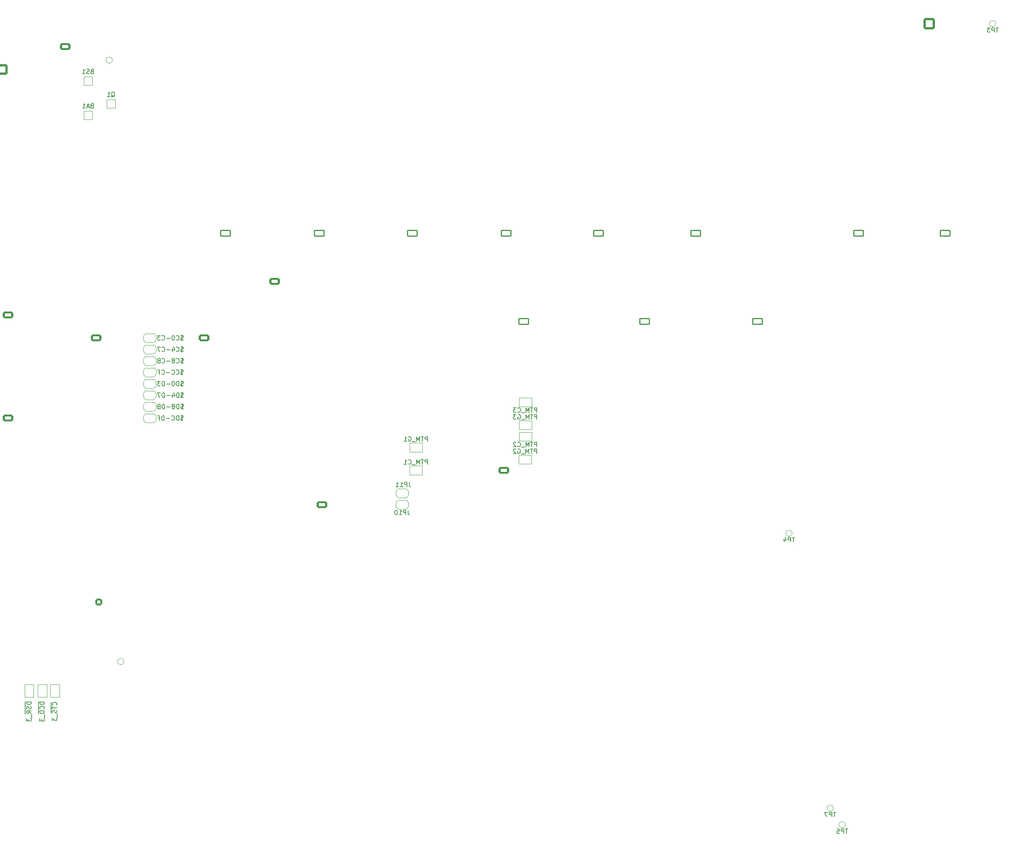
<source format=gbo>
G04 #@! TF.GenerationSoftware,KiCad,Pcbnew,9.0.2*
G04 #@! TF.CreationDate,2025-07-01T19:52:47+02:00*
G04 #@! TF.ProjectId,CPU_X-3,4350555f-582d-4332-9e6b-696361645f70,3*
G04 #@! TF.SameCoordinates,Original*
G04 #@! TF.FileFunction,Legend,Bot*
G04 #@! TF.FilePolarity,Positive*
%FSLAX46Y46*%
G04 Gerber Fmt 4.6, Leading zero omitted, Abs format (unit mm)*
G04 Created by KiCad (PCBNEW 9.0.2) date 2025-07-01 19:52:47*
%MOMM*%
%LPD*%
G01*
G04 APERTURE LIST*
G04 Aperture macros list*
%AMRoundRect*
0 Rectangle with rounded corners*
0 $1 Rounding radius*
0 $2 $3 $4 $5 $6 $7 $8 $9 X,Y pos of 4 corners*
0 Add a 4 corners polygon primitive as box body*
4,1,4,$2,$3,$4,$5,$6,$7,$8,$9,$2,$3,0*
0 Add four circle primitives for the rounded corners*
1,1,$1+$1,$2,$3*
1,1,$1+$1,$4,$5*
1,1,$1+$1,$6,$7*
1,1,$1+$1,$8,$9*
0 Add four rect primitives between the rounded corners*
20,1,$1+$1,$2,$3,$4,$5,0*
20,1,$1+$1,$4,$5,$6,$7,0*
20,1,$1+$1,$6,$7,$8,$9,0*
20,1,$1+$1,$8,$9,$2,$3,0*%
%AMFreePoly0*
4,1,23,0.500000,-0.750000,0.000000,-0.750000,0.000000,-0.745722,-0.065263,-0.745722,-0.191342,-0.711940,-0.304381,-0.646677,-0.396677,-0.554381,-0.461940,-0.441342,-0.495722,-0.315263,-0.495722,-0.250000,-0.500000,-0.250000,-0.500000,0.250000,-0.495722,0.250000,-0.495722,0.315263,-0.461940,0.441342,-0.396677,0.554381,-0.304381,0.646677,-0.191342,0.711940,-0.065263,0.745722,0.000000,0.745722,
0.000000,0.750000,0.500000,0.750000,0.500000,-0.750000,0.500000,-0.750000,$1*%
%AMFreePoly1*
4,1,23,0.000000,0.745722,0.065263,0.745722,0.191342,0.711940,0.304381,0.646677,0.396677,0.554381,0.461940,0.441342,0.495722,0.315263,0.495722,0.250000,0.500000,0.250000,0.500000,-0.250000,0.495722,-0.250000,0.495722,-0.315263,0.461940,-0.441342,0.396677,-0.554381,0.304381,-0.646677,0.191342,-0.711940,0.065263,-0.745722,0.000000,-0.745722,0.000000,-0.750000,-0.500000,-0.750000,
-0.500000,0.750000,0.000000,0.750000,0.000000,0.745722,0.000000,0.745722,$1*%
G04 Aperture macros list end*
%ADD10C,0.200000*%
%ADD11C,0.150000*%
%ADD12C,0.120000*%
%ADD13C,1.800000*%
%ADD14R,1.800000X1.800000*%
%ADD15C,1.600000*%
%ADD16R,1.700000X1.700000*%
%ADD17C,1.700000*%
%ADD18RoundRect,0.142858X-1.057142X-0.657142X1.057142X-0.657142X1.057142X0.657142X-1.057142X0.657142X0*%
%ADD19R,2.400000X1.600000*%
%ADD20C,2.000000*%
%ADD21RoundRect,0.250000X-0.950000X-0.550000X0.950000X-0.550000X0.950000X0.550000X-0.950000X0.550000X0*%
%ADD22O,2.400000X1.600000*%
%ADD23C,2.400000*%
%ADD24C,1.500000*%
%ADD25RoundRect,0.142858X1.057142X0.657142X-1.057142X0.657142X-1.057142X-0.657142X1.057142X-0.657142X0*%
%ADD26RoundRect,0.250000X0.950000X0.550000X-0.950000X0.550000X-0.950000X-0.550000X0.950000X-0.550000X0*%
%ADD27R,2.000000X1.440000*%
%ADD28O,2.000000X1.440000*%
%ADD29R,1.600000X1.600000*%
%ADD30RoundRect,0.250000X-1.000000X1.000000X-1.000000X-1.000000X1.000000X-1.000000X1.000000X1.000000X0*%
%ADD31C,2.500000*%
%ADD32RoundRect,0.250000X-0.550000X-0.550000X0.550000X-0.550000X0.550000X0.550000X-0.550000X0.550000X0*%
%ADD33RoundRect,0.250001X0.949999X-0.949999X0.949999X0.949999X-0.949999X0.949999X-0.949999X-0.949999X0*%
%ADD34R,2.250000X2.250000*%
%ADD35C,2.250000*%
%ADD36O,1.600000X1.600000*%
%ADD37FreePoly0,0.000000*%
%ADD38FreePoly1,0.000000*%
%ADD39C,1.000000*%
%ADD40R,1.500000X1.000000*%
%ADD41R,1.500000X1.500000*%
%ADD42R,1.000000X1.500000*%
G04 APERTURE END LIST*
D10*
X83375142Y-120927600D02*
X83232285Y-120975219D01*
X83232285Y-120975219D02*
X82994190Y-120975219D01*
X82994190Y-120975219D02*
X82898952Y-120927600D01*
X82898952Y-120927600D02*
X82851333Y-120879980D01*
X82851333Y-120879980D02*
X82803714Y-120784742D01*
X82803714Y-120784742D02*
X82803714Y-120689504D01*
X82803714Y-120689504D02*
X82851333Y-120594266D01*
X82851333Y-120594266D02*
X82898952Y-120546647D01*
X82898952Y-120546647D02*
X82994190Y-120499028D01*
X82994190Y-120499028D02*
X83184666Y-120451409D01*
X83184666Y-120451409D02*
X83279904Y-120403790D01*
X83279904Y-120403790D02*
X83327523Y-120356171D01*
X83327523Y-120356171D02*
X83375142Y-120260933D01*
X83375142Y-120260933D02*
X83375142Y-120165695D01*
X83375142Y-120165695D02*
X83327523Y-120070457D01*
X83327523Y-120070457D02*
X83279904Y-120022838D01*
X83279904Y-120022838D02*
X83184666Y-119975219D01*
X83184666Y-119975219D02*
X82946571Y-119975219D01*
X82946571Y-119975219D02*
X82803714Y-120022838D01*
X83089428Y-119832361D02*
X83089428Y-121118076D01*
X82375142Y-120975219D02*
X82375142Y-119975219D01*
X82375142Y-119975219D02*
X82137047Y-119975219D01*
X82137047Y-119975219D02*
X81994190Y-120022838D01*
X81994190Y-120022838D02*
X81898952Y-120118076D01*
X81898952Y-120118076D02*
X81851333Y-120213314D01*
X81851333Y-120213314D02*
X81803714Y-120403790D01*
X81803714Y-120403790D02*
X81803714Y-120546647D01*
X81803714Y-120546647D02*
X81851333Y-120737123D01*
X81851333Y-120737123D02*
X81898952Y-120832361D01*
X81898952Y-120832361D02*
X81994190Y-120927600D01*
X81994190Y-120927600D02*
X82137047Y-120975219D01*
X82137047Y-120975219D02*
X82375142Y-120975219D01*
X81184666Y-119975219D02*
X81089428Y-119975219D01*
X81089428Y-119975219D02*
X80994190Y-120022838D01*
X80994190Y-120022838D02*
X80946571Y-120070457D01*
X80946571Y-120070457D02*
X80898952Y-120165695D01*
X80898952Y-120165695D02*
X80851333Y-120356171D01*
X80851333Y-120356171D02*
X80851333Y-120594266D01*
X80851333Y-120594266D02*
X80898952Y-120784742D01*
X80898952Y-120784742D02*
X80946571Y-120879980D01*
X80946571Y-120879980D02*
X80994190Y-120927600D01*
X80994190Y-120927600D02*
X81089428Y-120975219D01*
X81089428Y-120975219D02*
X81184666Y-120975219D01*
X81184666Y-120975219D02*
X81279904Y-120927600D01*
X81279904Y-120927600D02*
X81327523Y-120879980D01*
X81327523Y-120879980D02*
X81375142Y-120784742D01*
X81375142Y-120784742D02*
X81422761Y-120594266D01*
X81422761Y-120594266D02*
X81422761Y-120356171D01*
X81422761Y-120356171D02*
X81375142Y-120165695D01*
X81375142Y-120165695D02*
X81327523Y-120070457D01*
X81327523Y-120070457D02*
X81279904Y-120022838D01*
X81279904Y-120022838D02*
X81184666Y-119975219D01*
X80422761Y-120594266D02*
X79660857Y-120594266D01*
X79184666Y-120975219D02*
X79184666Y-119975219D01*
X79184666Y-119975219D02*
X78946571Y-119975219D01*
X78946571Y-119975219D02*
X78803714Y-120022838D01*
X78803714Y-120022838D02*
X78708476Y-120118076D01*
X78708476Y-120118076D02*
X78660857Y-120213314D01*
X78660857Y-120213314D02*
X78613238Y-120403790D01*
X78613238Y-120403790D02*
X78613238Y-120546647D01*
X78613238Y-120546647D02*
X78660857Y-120737123D01*
X78660857Y-120737123D02*
X78708476Y-120832361D01*
X78708476Y-120832361D02*
X78803714Y-120927600D01*
X78803714Y-120927600D02*
X78946571Y-120975219D01*
X78946571Y-120975219D02*
X79184666Y-120975219D01*
X78279904Y-119975219D02*
X77660857Y-119975219D01*
X77660857Y-119975219D02*
X77994190Y-120356171D01*
X77994190Y-120356171D02*
X77851333Y-120356171D01*
X77851333Y-120356171D02*
X77756095Y-120403790D01*
X77756095Y-120403790D02*
X77708476Y-120451409D01*
X77708476Y-120451409D02*
X77660857Y-120546647D01*
X77660857Y-120546647D02*
X77660857Y-120784742D01*
X77660857Y-120784742D02*
X77708476Y-120879980D01*
X77708476Y-120879980D02*
X77756095Y-120927600D01*
X77756095Y-120927600D02*
X77851333Y-120975219D01*
X77851333Y-120975219D02*
X78137047Y-120975219D01*
X78137047Y-120975219D02*
X78232285Y-120927600D01*
X78232285Y-120927600D02*
X78279904Y-120879980D01*
D11*
X228210904Y-215532819D02*
X227639476Y-215532819D01*
X227925190Y-216532819D02*
X227925190Y-215532819D01*
X227306142Y-216532819D02*
X227306142Y-215532819D01*
X227306142Y-215532819D02*
X226925190Y-215532819D01*
X226925190Y-215532819D02*
X226829952Y-215580438D01*
X226829952Y-215580438D02*
X226782333Y-215628057D01*
X226782333Y-215628057D02*
X226734714Y-215723295D01*
X226734714Y-215723295D02*
X226734714Y-215866152D01*
X226734714Y-215866152D02*
X226782333Y-215961390D01*
X226782333Y-215961390D02*
X226829952Y-216009009D01*
X226829952Y-216009009D02*
X226925190Y-216056628D01*
X226925190Y-216056628D02*
X227306142Y-216056628D01*
X226401380Y-215532819D02*
X225734714Y-215532819D01*
X225734714Y-215532819D02*
X226163285Y-216532819D01*
X264278904Y-41542819D02*
X263707476Y-41542819D01*
X263993190Y-42542819D02*
X263993190Y-41542819D01*
X263374142Y-42542819D02*
X263374142Y-41542819D01*
X263374142Y-41542819D02*
X262993190Y-41542819D01*
X262993190Y-41542819D02*
X262897952Y-41590438D01*
X262897952Y-41590438D02*
X262850333Y-41638057D01*
X262850333Y-41638057D02*
X262802714Y-41733295D01*
X262802714Y-41733295D02*
X262802714Y-41876152D01*
X262802714Y-41876152D02*
X262850333Y-41971390D01*
X262850333Y-41971390D02*
X262897952Y-42019009D01*
X262897952Y-42019009D02*
X262993190Y-42066628D01*
X262993190Y-42066628D02*
X263374142Y-42066628D01*
X262469380Y-41542819D02*
X261850333Y-41542819D01*
X261850333Y-41542819D02*
X262183666Y-41923771D01*
X262183666Y-41923771D02*
X262040809Y-41923771D01*
X262040809Y-41923771D02*
X261945571Y-41971390D01*
X261945571Y-41971390D02*
X261897952Y-42019009D01*
X261897952Y-42019009D02*
X261850333Y-42114247D01*
X261850333Y-42114247D02*
X261850333Y-42352342D01*
X261850333Y-42352342D02*
X261897952Y-42447580D01*
X261897952Y-42447580D02*
X261945571Y-42495200D01*
X261945571Y-42495200D02*
X262040809Y-42542819D01*
X262040809Y-42542819D02*
X262326523Y-42542819D01*
X262326523Y-42542819D02*
X262421761Y-42495200D01*
X262421761Y-42495200D02*
X262469380Y-42447580D01*
D10*
X83398951Y-115847600D02*
X83256094Y-115895219D01*
X83256094Y-115895219D02*
X83017999Y-115895219D01*
X83017999Y-115895219D02*
X82922761Y-115847600D01*
X82922761Y-115847600D02*
X82875142Y-115799980D01*
X82875142Y-115799980D02*
X82827523Y-115704742D01*
X82827523Y-115704742D02*
X82827523Y-115609504D01*
X82827523Y-115609504D02*
X82875142Y-115514266D01*
X82875142Y-115514266D02*
X82922761Y-115466647D01*
X82922761Y-115466647D02*
X83017999Y-115419028D01*
X83017999Y-115419028D02*
X83208475Y-115371409D01*
X83208475Y-115371409D02*
X83303713Y-115323790D01*
X83303713Y-115323790D02*
X83351332Y-115276171D01*
X83351332Y-115276171D02*
X83398951Y-115180933D01*
X83398951Y-115180933D02*
X83398951Y-115085695D01*
X83398951Y-115085695D02*
X83351332Y-114990457D01*
X83351332Y-114990457D02*
X83303713Y-114942838D01*
X83303713Y-114942838D02*
X83208475Y-114895219D01*
X83208475Y-114895219D02*
X82970380Y-114895219D01*
X82970380Y-114895219D02*
X82827523Y-114942838D01*
X83113237Y-114752361D02*
X83113237Y-116038076D01*
X81827523Y-115799980D02*
X81875142Y-115847600D01*
X81875142Y-115847600D02*
X82017999Y-115895219D01*
X82017999Y-115895219D02*
X82113237Y-115895219D01*
X82113237Y-115895219D02*
X82256094Y-115847600D01*
X82256094Y-115847600D02*
X82351332Y-115752361D01*
X82351332Y-115752361D02*
X82398951Y-115657123D01*
X82398951Y-115657123D02*
X82446570Y-115466647D01*
X82446570Y-115466647D02*
X82446570Y-115323790D01*
X82446570Y-115323790D02*
X82398951Y-115133314D01*
X82398951Y-115133314D02*
X82351332Y-115038076D01*
X82351332Y-115038076D02*
X82256094Y-114942838D01*
X82256094Y-114942838D02*
X82113237Y-114895219D01*
X82113237Y-114895219D02*
X82017999Y-114895219D01*
X82017999Y-114895219D02*
X81875142Y-114942838D01*
X81875142Y-114942838D02*
X81827523Y-114990457D01*
X81256094Y-115323790D02*
X81351332Y-115276171D01*
X81351332Y-115276171D02*
X81398951Y-115228552D01*
X81398951Y-115228552D02*
X81446570Y-115133314D01*
X81446570Y-115133314D02*
X81446570Y-115085695D01*
X81446570Y-115085695D02*
X81398951Y-114990457D01*
X81398951Y-114990457D02*
X81351332Y-114942838D01*
X81351332Y-114942838D02*
X81256094Y-114895219D01*
X81256094Y-114895219D02*
X81065618Y-114895219D01*
X81065618Y-114895219D02*
X80970380Y-114942838D01*
X80970380Y-114942838D02*
X80922761Y-114990457D01*
X80922761Y-114990457D02*
X80875142Y-115085695D01*
X80875142Y-115085695D02*
X80875142Y-115133314D01*
X80875142Y-115133314D02*
X80922761Y-115228552D01*
X80922761Y-115228552D02*
X80970380Y-115276171D01*
X80970380Y-115276171D02*
X81065618Y-115323790D01*
X81065618Y-115323790D02*
X81256094Y-115323790D01*
X81256094Y-115323790D02*
X81351332Y-115371409D01*
X81351332Y-115371409D02*
X81398951Y-115419028D01*
X81398951Y-115419028D02*
X81446570Y-115514266D01*
X81446570Y-115514266D02*
X81446570Y-115704742D01*
X81446570Y-115704742D02*
X81398951Y-115799980D01*
X81398951Y-115799980D02*
X81351332Y-115847600D01*
X81351332Y-115847600D02*
X81256094Y-115895219D01*
X81256094Y-115895219D02*
X81065618Y-115895219D01*
X81065618Y-115895219D02*
X80970380Y-115847600D01*
X80970380Y-115847600D02*
X80922761Y-115799980D01*
X80922761Y-115799980D02*
X80875142Y-115704742D01*
X80875142Y-115704742D02*
X80875142Y-115514266D01*
X80875142Y-115514266D02*
X80922761Y-115419028D01*
X80922761Y-115419028D02*
X80970380Y-115371409D01*
X80970380Y-115371409D02*
X81065618Y-115323790D01*
X80446570Y-115514266D02*
X79684666Y-115514266D01*
X78637047Y-115799980D02*
X78684666Y-115847600D01*
X78684666Y-115847600D02*
X78827523Y-115895219D01*
X78827523Y-115895219D02*
X78922761Y-115895219D01*
X78922761Y-115895219D02*
X79065618Y-115847600D01*
X79065618Y-115847600D02*
X79160856Y-115752361D01*
X79160856Y-115752361D02*
X79208475Y-115657123D01*
X79208475Y-115657123D02*
X79256094Y-115466647D01*
X79256094Y-115466647D02*
X79256094Y-115323790D01*
X79256094Y-115323790D02*
X79208475Y-115133314D01*
X79208475Y-115133314D02*
X79160856Y-115038076D01*
X79160856Y-115038076D02*
X79065618Y-114942838D01*
X79065618Y-114942838D02*
X78922761Y-114895219D01*
X78922761Y-114895219D02*
X78827523Y-114895219D01*
X78827523Y-114895219D02*
X78684666Y-114942838D01*
X78684666Y-114942838D02*
X78637047Y-114990457D01*
X77875142Y-115371409D02*
X77732285Y-115419028D01*
X77732285Y-115419028D02*
X77684666Y-115466647D01*
X77684666Y-115466647D02*
X77637047Y-115561885D01*
X77637047Y-115561885D02*
X77637047Y-115704742D01*
X77637047Y-115704742D02*
X77684666Y-115799980D01*
X77684666Y-115799980D02*
X77732285Y-115847600D01*
X77732285Y-115847600D02*
X77827523Y-115895219D01*
X77827523Y-115895219D02*
X78208475Y-115895219D01*
X78208475Y-115895219D02*
X78208475Y-114895219D01*
X78208475Y-114895219D02*
X77875142Y-114895219D01*
X77875142Y-114895219D02*
X77779904Y-114942838D01*
X77779904Y-114942838D02*
X77732285Y-114990457D01*
X77732285Y-114990457D02*
X77684666Y-115085695D01*
X77684666Y-115085695D02*
X77684666Y-115180933D01*
X77684666Y-115180933D02*
X77732285Y-115276171D01*
X77732285Y-115276171D02*
X77779904Y-115323790D01*
X77779904Y-115323790D02*
X77875142Y-115371409D01*
X77875142Y-115371409D02*
X78208475Y-115371409D01*
D11*
X55223580Y-191777237D02*
X55271200Y-191729618D01*
X55271200Y-191729618D02*
X55318819Y-191586761D01*
X55318819Y-191586761D02*
X55318819Y-191491523D01*
X55318819Y-191491523D02*
X55271200Y-191348666D01*
X55271200Y-191348666D02*
X55175961Y-191253428D01*
X55175961Y-191253428D02*
X55080723Y-191205809D01*
X55080723Y-191205809D02*
X54890247Y-191158190D01*
X54890247Y-191158190D02*
X54747390Y-191158190D01*
X54747390Y-191158190D02*
X54556914Y-191205809D01*
X54556914Y-191205809D02*
X54461676Y-191253428D01*
X54461676Y-191253428D02*
X54366438Y-191348666D01*
X54366438Y-191348666D02*
X54318819Y-191491523D01*
X54318819Y-191491523D02*
X54318819Y-191586761D01*
X54318819Y-191586761D02*
X54366438Y-191729618D01*
X54366438Y-191729618D02*
X54414057Y-191777237D01*
X54318819Y-192062952D02*
X54318819Y-192634380D01*
X55318819Y-192348666D02*
X54318819Y-192348666D01*
X55271200Y-192920095D02*
X55318819Y-193062952D01*
X55318819Y-193062952D02*
X55318819Y-193301047D01*
X55318819Y-193301047D02*
X55271200Y-193396285D01*
X55271200Y-193396285D02*
X55223580Y-193443904D01*
X55223580Y-193443904D02*
X55128342Y-193491523D01*
X55128342Y-193491523D02*
X55033104Y-193491523D01*
X55033104Y-193491523D02*
X54937866Y-193443904D01*
X54937866Y-193443904D02*
X54890247Y-193396285D01*
X54890247Y-193396285D02*
X54842628Y-193301047D01*
X54842628Y-193301047D02*
X54795009Y-193110571D01*
X54795009Y-193110571D02*
X54747390Y-193015333D01*
X54747390Y-193015333D02*
X54699771Y-192967714D01*
X54699771Y-192967714D02*
X54604533Y-192920095D01*
X54604533Y-192920095D02*
X54509295Y-192920095D01*
X54509295Y-192920095D02*
X54414057Y-192967714D01*
X54414057Y-192967714D02*
X54366438Y-193015333D01*
X54366438Y-193015333D02*
X54318819Y-193110571D01*
X54318819Y-193110571D02*
X54318819Y-193348666D01*
X54318819Y-193348666D02*
X54366438Y-193491523D01*
X54041200Y-191067714D02*
X54041200Y-193582000D01*
X55414057Y-193682000D02*
X55414057Y-194443904D01*
X54318819Y-194586762D02*
X54318819Y-195205809D01*
X54318819Y-195205809D02*
X54699771Y-194872476D01*
X54699771Y-194872476D02*
X54699771Y-195015333D01*
X54699771Y-195015333D02*
X54747390Y-195110571D01*
X54747390Y-195110571D02*
X54795009Y-195158190D01*
X54795009Y-195158190D02*
X54890247Y-195205809D01*
X54890247Y-195205809D02*
X55128342Y-195205809D01*
X55128342Y-195205809D02*
X55223580Y-195158190D01*
X55223580Y-195158190D02*
X55271200Y-195110571D01*
X55271200Y-195110571D02*
X55318819Y-195015333D01*
X55318819Y-195015333D02*
X55318819Y-194729619D01*
X55318819Y-194729619D02*
X55271200Y-194634381D01*
X55271200Y-194634381D02*
X55223580Y-194586762D01*
X230877904Y-219215819D02*
X230306476Y-219215819D01*
X230592190Y-220215819D02*
X230592190Y-219215819D01*
X229973142Y-220215819D02*
X229973142Y-219215819D01*
X229973142Y-219215819D02*
X229592190Y-219215819D01*
X229592190Y-219215819D02*
X229496952Y-219263438D01*
X229496952Y-219263438D02*
X229449333Y-219311057D01*
X229449333Y-219311057D02*
X229401714Y-219406295D01*
X229401714Y-219406295D02*
X229401714Y-219549152D01*
X229401714Y-219549152D02*
X229449333Y-219644390D01*
X229449333Y-219644390D02*
X229496952Y-219692009D01*
X229496952Y-219692009D02*
X229592190Y-219739628D01*
X229592190Y-219739628D02*
X229973142Y-219739628D01*
X228496952Y-219215819D02*
X228973142Y-219215819D01*
X228973142Y-219215819D02*
X229020761Y-219692009D01*
X229020761Y-219692009D02*
X228973142Y-219644390D01*
X228973142Y-219644390D02*
X228877904Y-219596771D01*
X228877904Y-219596771D02*
X228639809Y-219596771D01*
X228639809Y-219596771D02*
X228544571Y-219644390D01*
X228544571Y-219644390D02*
X228496952Y-219692009D01*
X228496952Y-219692009D02*
X228449333Y-219787247D01*
X228449333Y-219787247D02*
X228449333Y-220025342D01*
X228449333Y-220025342D02*
X228496952Y-220120580D01*
X228496952Y-220120580D02*
X228544571Y-220168200D01*
X228544571Y-220168200D02*
X228639809Y-220215819D01*
X228639809Y-220215819D02*
X228877904Y-220215819D01*
X228877904Y-220215819D02*
X228973142Y-220168200D01*
X228973142Y-220168200D02*
X229020761Y-220120580D01*
X67405238Y-56938057D02*
X67500476Y-56890438D01*
X67500476Y-56890438D02*
X67595714Y-56795200D01*
X67595714Y-56795200D02*
X67738571Y-56652342D01*
X67738571Y-56652342D02*
X67833809Y-56604723D01*
X67833809Y-56604723D02*
X67929047Y-56604723D01*
X67881428Y-56842819D02*
X67976666Y-56795200D01*
X67976666Y-56795200D02*
X68071904Y-56699961D01*
X68071904Y-56699961D02*
X68119523Y-56509485D01*
X68119523Y-56509485D02*
X68119523Y-56176152D01*
X68119523Y-56176152D02*
X68071904Y-55985676D01*
X68071904Y-55985676D02*
X67976666Y-55890438D01*
X67976666Y-55890438D02*
X67881428Y-55842819D01*
X67881428Y-55842819D02*
X67690952Y-55842819D01*
X67690952Y-55842819D02*
X67595714Y-55890438D01*
X67595714Y-55890438D02*
X67500476Y-55985676D01*
X67500476Y-55985676D02*
X67452857Y-56176152D01*
X67452857Y-56176152D02*
X67452857Y-56509485D01*
X67452857Y-56509485D02*
X67500476Y-56699961D01*
X67500476Y-56699961D02*
X67595714Y-56795200D01*
X67595714Y-56795200D02*
X67690952Y-56842819D01*
X67690952Y-56842819D02*
X67881428Y-56842819D01*
X66500476Y-56842819D02*
X67071904Y-56842819D01*
X66786190Y-56842819D02*
X66786190Y-55842819D01*
X66786190Y-55842819D02*
X66881428Y-55985676D01*
X66881428Y-55985676D02*
X66976666Y-56080914D01*
X66976666Y-56080914D02*
X67071904Y-56128533D01*
X161844428Y-134461819D02*
X161844428Y-133461819D01*
X161844428Y-133461819D02*
X161463476Y-133461819D01*
X161463476Y-133461819D02*
X161368238Y-133509438D01*
X161368238Y-133509438D02*
X161320619Y-133557057D01*
X161320619Y-133557057D02*
X161273000Y-133652295D01*
X161273000Y-133652295D02*
X161273000Y-133795152D01*
X161273000Y-133795152D02*
X161320619Y-133890390D01*
X161320619Y-133890390D02*
X161368238Y-133938009D01*
X161368238Y-133938009D02*
X161463476Y-133985628D01*
X161463476Y-133985628D02*
X161844428Y-133985628D01*
X160987285Y-133461819D02*
X160415857Y-133461819D01*
X160701571Y-134461819D02*
X160701571Y-133461819D01*
X160082523Y-134461819D02*
X160082523Y-133461819D01*
X160082523Y-133461819D02*
X159749190Y-134176104D01*
X159749190Y-134176104D02*
X159415857Y-133461819D01*
X159415857Y-133461819D02*
X159415857Y-134461819D01*
X159177762Y-134557057D02*
X158415857Y-134557057D01*
X157606333Y-134366580D02*
X157653952Y-134414200D01*
X157653952Y-134414200D02*
X157796809Y-134461819D01*
X157796809Y-134461819D02*
X157892047Y-134461819D01*
X157892047Y-134461819D02*
X158034904Y-134414200D01*
X158034904Y-134414200D02*
X158130142Y-134318961D01*
X158130142Y-134318961D02*
X158177761Y-134223723D01*
X158177761Y-134223723D02*
X158225380Y-134033247D01*
X158225380Y-134033247D02*
X158225380Y-133890390D01*
X158225380Y-133890390D02*
X158177761Y-133699914D01*
X158177761Y-133699914D02*
X158130142Y-133604676D01*
X158130142Y-133604676D02*
X158034904Y-133509438D01*
X158034904Y-133509438D02*
X157892047Y-133461819D01*
X157892047Y-133461819D02*
X157796809Y-133461819D01*
X157796809Y-133461819D02*
X157653952Y-133509438D01*
X157653952Y-133509438D02*
X157606333Y-133557057D01*
X157225380Y-133557057D02*
X157177761Y-133509438D01*
X157177761Y-133509438D02*
X157082523Y-133461819D01*
X157082523Y-133461819D02*
X156844428Y-133461819D01*
X156844428Y-133461819D02*
X156749190Y-133509438D01*
X156749190Y-133509438D02*
X156701571Y-133557057D01*
X156701571Y-133557057D02*
X156653952Y-133652295D01*
X156653952Y-133652295D02*
X156653952Y-133747533D01*
X156653952Y-133747533D02*
X156701571Y-133890390D01*
X156701571Y-133890390D02*
X157272999Y-134461819D01*
X157272999Y-134461819D02*
X156653952Y-134461819D01*
X63063333Y-58859009D02*
X62920476Y-58906628D01*
X62920476Y-58906628D02*
X62872857Y-58954247D01*
X62872857Y-58954247D02*
X62825238Y-59049485D01*
X62825238Y-59049485D02*
X62825238Y-59192342D01*
X62825238Y-59192342D02*
X62872857Y-59287580D01*
X62872857Y-59287580D02*
X62920476Y-59335200D01*
X62920476Y-59335200D02*
X63015714Y-59382819D01*
X63015714Y-59382819D02*
X63396666Y-59382819D01*
X63396666Y-59382819D02*
X63396666Y-58382819D01*
X63396666Y-58382819D02*
X63063333Y-58382819D01*
X63063333Y-58382819D02*
X62968095Y-58430438D01*
X62968095Y-58430438D02*
X62920476Y-58478057D01*
X62920476Y-58478057D02*
X62872857Y-58573295D01*
X62872857Y-58573295D02*
X62872857Y-58668533D01*
X62872857Y-58668533D02*
X62920476Y-58763771D01*
X62920476Y-58763771D02*
X62968095Y-58811390D01*
X62968095Y-58811390D02*
X63063333Y-58859009D01*
X63063333Y-58859009D02*
X63396666Y-58859009D01*
X62444285Y-59097104D02*
X61968095Y-59097104D01*
X62539523Y-59382819D02*
X62206190Y-58382819D01*
X62206190Y-58382819D02*
X61872857Y-59382819D01*
X61015714Y-59382819D02*
X61587142Y-59382819D01*
X61301428Y-59382819D02*
X61301428Y-58382819D01*
X61301428Y-58382819D02*
X61396666Y-58525676D01*
X61396666Y-58525676D02*
X61491904Y-58620914D01*
X61491904Y-58620914D02*
X61587142Y-58668533D01*
X49588819Y-191086762D02*
X48588819Y-191086762D01*
X48588819Y-191086762D02*
X48588819Y-191324857D01*
X48588819Y-191324857D02*
X48636438Y-191467714D01*
X48636438Y-191467714D02*
X48731676Y-191562952D01*
X48731676Y-191562952D02*
X48826914Y-191610571D01*
X48826914Y-191610571D02*
X49017390Y-191658190D01*
X49017390Y-191658190D02*
X49160247Y-191658190D01*
X49160247Y-191658190D02*
X49350723Y-191610571D01*
X49350723Y-191610571D02*
X49445961Y-191562952D01*
X49445961Y-191562952D02*
X49541200Y-191467714D01*
X49541200Y-191467714D02*
X49588819Y-191324857D01*
X49588819Y-191324857D02*
X49588819Y-191086762D01*
X49541200Y-192039143D02*
X49588819Y-192182000D01*
X49588819Y-192182000D02*
X49588819Y-192420095D01*
X49588819Y-192420095D02*
X49541200Y-192515333D01*
X49541200Y-192515333D02*
X49493580Y-192562952D01*
X49493580Y-192562952D02*
X49398342Y-192610571D01*
X49398342Y-192610571D02*
X49303104Y-192610571D01*
X49303104Y-192610571D02*
X49207866Y-192562952D01*
X49207866Y-192562952D02*
X49160247Y-192515333D01*
X49160247Y-192515333D02*
X49112628Y-192420095D01*
X49112628Y-192420095D02*
X49065009Y-192229619D01*
X49065009Y-192229619D02*
X49017390Y-192134381D01*
X49017390Y-192134381D02*
X48969771Y-192086762D01*
X48969771Y-192086762D02*
X48874533Y-192039143D01*
X48874533Y-192039143D02*
X48779295Y-192039143D01*
X48779295Y-192039143D02*
X48684057Y-192086762D01*
X48684057Y-192086762D02*
X48636438Y-192134381D01*
X48636438Y-192134381D02*
X48588819Y-192229619D01*
X48588819Y-192229619D02*
X48588819Y-192467714D01*
X48588819Y-192467714D02*
X48636438Y-192610571D01*
X49588819Y-193610571D02*
X49112628Y-193277238D01*
X49588819Y-193039143D02*
X48588819Y-193039143D01*
X48588819Y-193039143D02*
X48588819Y-193420095D01*
X48588819Y-193420095D02*
X48636438Y-193515333D01*
X48636438Y-193515333D02*
X48684057Y-193562952D01*
X48684057Y-193562952D02*
X48779295Y-193610571D01*
X48779295Y-193610571D02*
X48922152Y-193610571D01*
X48922152Y-193610571D02*
X49017390Y-193562952D01*
X49017390Y-193562952D02*
X49065009Y-193515333D01*
X49065009Y-193515333D02*
X49112628Y-193420095D01*
X49112628Y-193420095D02*
X49112628Y-193039143D01*
X48311200Y-190948667D02*
X48311200Y-193701048D01*
X49684057Y-193801048D02*
X49684057Y-194562952D01*
X48588819Y-194705810D02*
X48588819Y-195324857D01*
X48588819Y-195324857D02*
X48969771Y-194991524D01*
X48969771Y-194991524D02*
X48969771Y-195134381D01*
X48969771Y-195134381D02*
X49017390Y-195229619D01*
X49017390Y-195229619D02*
X49065009Y-195277238D01*
X49065009Y-195277238D02*
X49160247Y-195324857D01*
X49160247Y-195324857D02*
X49398342Y-195324857D01*
X49398342Y-195324857D02*
X49493580Y-195277238D01*
X49493580Y-195277238D02*
X49541200Y-195229619D01*
X49541200Y-195229619D02*
X49588819Y-195134381D01*
X49588819Y-195134381D02*
X49588819Y-194848667D01*
X49588819Y-194848667D02*
X49541200Y-194753429D01*
X49541200Y-194753429D02*
X49493580Y-194705810D01*
D10*
X83351332Y-128547600D02*
X83208475Y-128595219D01*
X83208475Y-128595219D02*
X82970380Y-128595219D01*
X82970380Y-128595219D02*
X82875142Y-128547600D01*
X82875142Y-128547600D02*
X82827523Y-128499980D01*
X82827523Y-128499980D02*
X82779904Y-128404742D01*
X82779904Y-128404742D02*
X82779904Y-128309504D01*
X82779904Y-128309504D02*
X82827523Y-128214266D01*
X82827523Y-128214266D02*
X82875142Y-128166647D01*
X82875142Y-128166647D02*
X82970380Y-128119028D01*
X82970380Y-128119028D02*
X83160856Y-128071409D01*
X83160856Y-128071409D02*
X83256094Y-128023790D01*
X83256094Y-128023790D02*
X83303713Y-127976171D01*
X83303713Y-127976171D02*
X83351332Y-127880933D01*
X83351332Y-127880933D02*
X83351332Y-127785695D01*
X83351332Y-127785695D02*
X83303713Y-127690457D01*
X83303713Y-127690457D02*
X83256094Y-127642838D01*
X83256094Y-127642838D02*
X83160856Y-127595219D01*
X83160856Y-127595219D02*
X82922761Y-127595219D01*
X82922761Y-127595219D02*
X82779904Y-127642838D01*
X83065618Y-127452361D02*
X83065618Y-128738076D01*
X82351332Y-128595219D02*
X82351332Y-127595219D01*
X82351332Y-127595219D02*
X82113237Y-127595219D01*
X82113237Y-127595219D02*
X81970380Y-127642838D01*
X81970380Y-127642838D02*
X81875142Y-127738076D01*
X81875142Y-127738076D02*
X81827523Y-127833314D01*
X81827523Y-127833314D02*
X81779904Y-128023790D01*
X81779904Y-128023790D02*
X81779904Y-128166647D01*
X81779904Y-128166647D02*
X81827523Y-128357123D01*
X81827523Y-128357123D02*
X81875142Y-128452361D01*
X81875142Y-128452361D02*
X81970380Y-128547600D01*
X81970380Y-128547600D02*
X82113237Y-128595219D01*
X82113237Y-128595219D02*
X82351332Y-128595219D01*
X80779904Y-128499980D02*
X80827523Y-128547600D01*
X80827523Y-128547600D02*
X80970380Y-128595219D01*
X80970380Y-128595219D02*
X81065618Y-128595219D01*
X81065618Y-128595219D02*
X81208475Y-128547600D01*
X81208475Y-128547600D02*
X81303713Y-128452361D01*
X81303713Y-128452361D02*
X81351332Y-128357123D01*
X81351332Y-128357123D02*
X81398951Y-128166647D01*
X81398951Y-128166647D02*
X81398951Y-128023790D01*
X81398951Y-128023790D02*
X81351332Y-127833314D01*
X81351332Y-127833314D02*
X81303713Y-127738076D01*
X81303713Y-127738076D02*
X81208475Y-127642838D01*
X81208475Y-127642838D02*
X81065618Y-127595219D01*
X81065618Y-127595219D02*
X80970380Y-127595219D01*
X80970380Y-127595219D02*
X80827523Y-127642838D01*
X80827523Y-127642838D02*
X80779904Y-127690457D01*
X80351332Y-128214266D02*
X79589428Y-128214266D01*
X79113237Y-128595219D02*
X79113237Y-127595219D01*
X79113237Y-127595219D02*
X78875142Y-127595219D01*
X78875142Y-127595219D02*
X78732285Y-127642838D01*
X78732285Y-127642838D02*
X78637047Y-127738076D01*
X78637047Y-127738076D02*
X78589428Y-127833314D01*
X78589428Y-127833314D02*
X78541809Y-128023790D01*
X78541809Y-128023790D02*
X78541809Y-128166647D01*
X78541809Y-128166647D02*
X78589428Y-128357123D01*
X78589428Y-128357123D02*
X78637047Y-128452361D01*
X78637047Y-128452361D02*
X78732285Y-128547600D01*
X78732285Y-128547600D02*
X78875142Y-128595219D01*
X78875142Y-128595219D02*
X79113237Y-128595219D01*
X77779904Y-128071409D02*
X78113237Y-128071409D01*
X78113237Y-128595219D02*
X78113237Y-127595219D01*
X78113237Y-127595219D02*
X77637047Y-127595219D01*
D11*
X161844428Y-126841819D02*
X161844428Y-125841819D01*
X161844428Y-125841819D02*
X161463476Y-125841819D01*
X161463476Y-125841819D02*
X161368238Y-125889438D01*
X161368238Y-125889438D02*
X161320619Y-125937057D01*
X161320619Y-125937057D02*
X161273000Y-126032295D01*
X161273000Y-126032295D02*
X161273000Y-126175152D01*
X161273000Y-126175152D02*
X161320619Y-126270390D01*
X161320619Y-126270390D02*
X161368238Y-126318009D01*
X161368238Y-126318009D02*
X161463476Y-126365628D01*
X161463476Y-126365628D02*
X161844428Y-126365628D01*
X160987285Y-125841819D02*
X160415857Y-125841819D01*
X160701571Y-126841819D02*
X160701571Y-125841819D01*
X160082523Y-126841819D02*
X160082523Y-125841819D01*
X160082523Y-125841819D02*
X159749190Y-126556104D01*
X159749190Y-126556104D02*
X159415857Y-125841819D01*
X159415857Y-125841819D02*
X159415857Y-126841819D01*
X159177762Y-126937057D02*
X158415857Y-126937057D01*
X157606333Y-126746580D02*
X157653952Y-126794200D01*
X157653952Y-126794200D02*
X157796809Y-126841819D01*
X157796809Y-126841819D02*
X157892047Y-126841819D01*
X157892047Y-126841819D02*
X158034904Y-126794200D01*
X158034904Y-126794200D02*
X158130142Y-126698961D01*
X158130142Y-126698961D02*
X158177761Y-126603723D01*
X158177761Y-126603723D02*
X158225380Y-126413247D01*
X158225380Y-126413247D02*
X158225380Y-126270390D01*
X158225380Y-126270390D02*
X158177761Y-126079914D01*
X158177761Y-126079914D02*
X158130142Y-125984676D01*
X158130142Y-125984676D02*
X158034904Y-125889438D01*
X158034904Y-125889438D02*
X157892047Y-125841819D01*
X157892047Y-125841819D02*
X157796809Y-125841819D01*
X157796809Y-125841819D02*
X157653952Y-125889438D01*
X157653952Y-125889438D02*
X157606333Y-125937057D01*
X157272999Y-125841819D02*
X156653952Y-125841819D01*
X156653952Y-125841819D02*
X156987285Y-126222771D01*
X156987285Y-126222771D02*
X156844428Y-126222771D01*
X156844428Y-126222771D02*
X156749190Y-126270390D01*
X156749190Y-126270390D02*
X156701571Y-126318009D01*
X156701571Y-126318009D02*
X156653952Y-126413247D01*
X156653952Y-126413247D02*
X156653952Y-126651342D01*
X156653952Y-126651342D02*
X156701571Y-126746580D01*
X156701571Y-126746580D02*
X156749190Y-126794200D01*
X156749190Y-126794200D02*
X156844428Y-126841819D01*
X156844428Y-126841819D02*
X157130142Y-126841819D01*
X157130142Y-126841819D02*
X157225380Y-126794200D01*
X157225380Y-126794200D02*
X157272999Y-126746580D01*
X161814428Y-135963819D02*
X161814428Y-134963819D01*
X161814428Y-134963819D02*
X161433476Y-134963819D01*
X161433476Y-134963819D02*
X161338238Y-135011438D01*
X161338238Y-135011438D02*
X161290619Y-135059057D01*
X161290619Y-135059057D02*
X161243000Y-135154295D01*
X161243000Y-135154295D02*
X161243000Y-135297152D01*
X161243000Y-135297152D02*
X161290619Y-135392390D01*
X161290619Y-135392390D02*
X161338238Y-135440009D01*
X161338238Y-135440009D02*
X161433476Y-135487628D01*
X161433476Y-135487628D02*
X161814428Y-135487628D01*
X160957285Y-134963819D02*
X160385857Y-134963819D01*
X160671571Y-135963819D02*
X160671571Y-134963819D01*
X160052523Y-135963819D02*
X160052523Y-134963819D01*
X160052523Y-134963819D02*
X159719190Y-135678104D01*
X159719190Y-135678104D02*
X159385857Y-134963819D01*
X159385857Y-134963819D02*
X159385857Y-135963819D01*
X159147762Y-136059057D02*
X158385857Y-136059057D01*
X157623952Y-135011438D02*
X157719190Y-134963819D01*
X157719190Y-134963819D02*
X157862047Y-134963819D01*
X157862047Y-134963819D02*
X158004904Y-135011438D01*
X158004904Y-135011438D02*
X158100142Y-135106676D01*
X158100142Y-135106676D02*
X158147761Y-135201914D01*
X158147761Y-135201914D02*
X158195380Y-135392390D01*
X158195380Y-135392390D02*
X158195380Y-135535247D01*
X158195380Y-135535247D02*
X158147761Y-135725723D01*
X158147761Y-135725723D02*
X158100142Y-135820961D01*
X158100142Y-135820961D02*
X158004904Y-135916200D01*
X158004904Y-135916200D02*
X157862047Y-135963819D01*
X157862047Y-135963819D02*
X157766809Y-135963819D01*
X157766809Y-135963819D02*
X157623952Y-135916200D01*
X157623952Y-135916200D02*
X157576333Y-135868580D01*
X157576333Y-135868580D02*
X157576333Y-135535247D01*
X157576333Y-135535247D02*
X157766809Y-135535247D01*
X157195380Y-135059057D02*
X157147761Y-135011438D01*
X157147761Y-135011438D02*
X157052523Y-134963819D01*
X157052523Y-134963819D02*
X156814428Y-134963819D01*
X156814428Y-134963819D02*
X156719190Y-135011438D01*
X156719190Y-135011438D02*
X156671571Y-135059057D01*
X156671571Y-135059057D02*
X156623952Y-135154295D01*
X156623952Y-135154295D02*
X156623952Y-135249533D01*
X156623952Y-135249533D02*
X156671571Y-135392390D01*
X156671571Y-135392390D02*
X157242999Y-135963819D01*
X157242999Y-135963819D02*
X156623952Y-135963819D01*
X137557428Y-133274819D02*
X137557428Y-132274819D01*
X137557428Y-132274819D02*
X137176476Y-132274819D01*
X137176476Y-132274819D02*
X137081238Y-132322438D01*
X137081238Y-132322438D02*
X137033619Y-132370057D01*
X137033619Y-132370057D02*
X136986000Y-132465295D01*
X136986000Y-132465295D02*
X136986000Y-132608152D01*
X136986000Y-132608152D02*
X137033619Y-132703390D01*
X137033619Y-132703390D02*
X137081238Y-132751009D01*
X137081238Y-132751009D02*
X137176476Y-132798628D01*
X137176476Y-132798628D02*
X137557428Y-132798628D01*
X136700285Y-132274819D02*
X136128857Y-132274819D01*
X136414571Y-133274819D02*
X136414571Y-132274819D01*
X135795523Y-133274819D02*
X135795523Y-132274819D01*
X135795523Y-132274819D02*
X135462190Y-132989104D01*
X135462190Y-132989104D02*
X135128857Y-132274819D01*
X135128857Y-132274819D02*
X135128857Y-133274819D01*
X134890762Y-133370057D02*
X134128857Y-133370057D01*
X133366952Y-132322438D02*
X133462190Y-132274819D01*
X133462190Y-132274819D02*
X133605047Y-132274819D01*
X133605047Y-132274819D02*
X133747904Y-132322438D01*
X133747904Y-132322438D02*
X133843142Y-132417676D01*
X133843142Y-132417676D02*
X133890761Y-132512914D01*
X133890761Y-132512914D02*
X133938380Y-132703390D01*
X133938380Y-132703390D02*
X133938380Y-132846247D01*
X133938380Y-132846247D02*
X133890761Y-133036723D01*
X133890761Y-133036723D02*
X133843142Y-133131961D01*
X133843142Y-133131961D02*
X133747904Y-133227200D01*
X133747904Y-133227200D02*
X133605047Y-133274819D01*
X133605047Y-133274819D02*
X133509809Y-133274819D01*
X133509809Y-133274819D02*
X133366952Y-133227200D01*
X133366952Y-133227200D02*
X133319333Y-133179580D01*
X133319333Y-133179580D02*
X133319333Y-132846247D01*
X133319333Y-132846247D02*
X133509809Y-132846247D01*
X132366952Y-133274819D02*
X132938380Y-133274819D01*
X132652666Y-133274819D02*
X132652666Y-132274819D01*
X132652666Y-132274819D02*
X132747904Y-132417676D01*
X132747904Y-132417676D02*
X132843142Y-132512914D01*
X132843142Y-132512914D02*
X132938380Y-132560533D01*
D10*
X83398951Y-126007600D02*
X83256094Y-126055219D01*
X83256094Y-126055219D02*
X83017999Y-126055219D01*
X83017999Y-126055219D02*
X82922761Y-126007600D01*
X82922761Y-126007600D02*
X82875142Y-125959980D01*
X82875142Y-125959980D02*
X82827523Y-125864742D01*
X82827523Y-125864742D02*
X82827523Y-125769504D01*
X82827523Y-125769504D02*
X82875142Y-125674266D01*
X82875142Y-125674266D02*
X82922761Y-125626647D01*
X82922761Y-125626647D02*
X83017999Y-125579028D01*
X83017999Y-125579028D02*
X83208475Y-125531409D01*
X83208475Y-125531409D02*
X83303713Y-125483790D01*
X83303713Y-125483790D02*
X83351332Y-125436171D01*
X83351332Y-125436171D02*
X83398951Y-125340933D01*
X83398951Y-125340933D02*
X83398951Y-125245695D01*
X83398951Y-125245695D02*
X83351332Y-125150457D01*
X83351332Y-125150457D02*
X83303713Y-125102838D01*
X83303713Y-125102838D02*
X83208475Y-125055219D01*
X83208475Y-125055219D02*
X82970380Y-125055219D01*
X82970380Y-125055219D02*
X82827523Y-125102838D01*
X83113237Y-124912361D02*
X83113237Y-126198076D01*
X82398951Y-126055219D02*
X82398951Y-125055219D01*
X82398951Y-125055219D02*
X82160856Y-125055219D01*
X82160856Y-125055219D02*
X82017999Y-125102838D01*
X82017999Y-125102838D02*
X81922761Y-125198076D01*
X81922761Y-125198076D02*
X81875142Y-125293314D01*
X81875142Y-125293314D02*
X81827523Y-125483790D01*
X81827523Y-125483790D02*
X81827523Y-125626647D01*
X81827523Y-125626647D02*
X81875142Y-125817123D01*
X81875142Y-125817123D02*
X81922761Y-125912361D01*
X81922761Y-125912361D02*
X82017999Y-126007600D01*
X82017999Y-126007600D02*
X82160856Y-126055219D01*
X82160856Y-126055219D02*
X82398951Y-126055219D01*
X81256094Y-125483790D02*
X81351332Y-125436171D01*
X81351332Y-125436171D02*
X81398951Y-125388552D01*
X81398951Y-125388552D02*
X81446570Y-125293314D01*
X81446570Y-125293314D02*
X81446570Y-125245695D01*
X81446570Y-125245695D02*
X81398951Y-125150457D01*
X81398951Y-125150457D02*
X81351332Y-125102838D01*
X81351332Y-125102838D02*
X81256094Y-125055219D01*
X81256094Y-125055219D02*
X81065618Y-125055219D01*
X81065618Y-125055219D02*
X80970380Y-125102838D01*
X80970380Y-125102838D02*
X80922761Y-125150457D01*
X80922761Y-125150457D02*
X80875142Y-125245695D01*
X80875142Y-125245695D02*
X80875142Y-125293314D01*
X80875142Y-125293314D02*
X80922761Y-125388552D01*
X80922761Y-125388552D02*
X80970380Y-125436171D01*
X80970380Y-125436171D02*
X81065618Y-125483790D01*
X81065618Y-125483790D02*
X81256094Y-125483790D01*
X81256094Y-125483790D02*
X81351332Y-125531409D01*
X81351332Y-125531409D02*
X81398951Y-125579028D01*
X81398951Y-125579028D02*
X81446570Y-125674266D01*
X81446570Y-125674266D02*
X81446570Y-125864742D01*
X81446570Y-125864742D02*
X81398951Y-125959980D01*
X81398951Y-125959980D02*
X81351332Y-126007600D01*
X81351332Y-126007600D02*
X81256094Y-126055219D01*
X81256094Y-126055219D02*
X81065618Y-126055219D01*
X81065618Y-126055219D02*
X80970380Y-126007600D01*
X80970380Y-126007600D02*
X80922761Y-125959980D01*
X80922761Y-125959980D02*
X80875142Y-125864742D01*
X80875142Y-125864742D02*
X80875142Y-125674266D01*
X80875142Y-125674266D02*
X80922761Y-125579028D01*
X80922761Y-125579028D02*
X80970380Y-125531409D01*
X80970380Y-125531409D02*
X81065618Y-125483790D01*
X80446570Y-125674266D02*
X79684666Y-125674266D01*
X79208475Y-126055219D02*
X79208475Y-125055219D01*
X79208475Y-125055219D02*
X78970380Y-125055219D01*
X78970380Y-125055219D02*
X78827523Y-125102838D01*
X78827523Y-125102838D02*
X78732285Y-125198076D01*
X78732285Y-125198076D02*
X78684666Y-125293314D01*
X78684666Y-125293314D02*
X78637047Y-125483790D01*
X78637047Y-125483790D02*
X78637047Y-125626647D01*
X78637047Y-125626647D02*
X78684666Y-125817123D01*
X78684666Y-125817123D02*
X78732285Y-125912361D01*
X78732285Y-125912361D02*
X78827523Y-126007600D01*
X78827523Y-126007600D02*
X78970380Y-126055219D01*
X78970380Y-126055219D02*
X79208475Y-126055219D01*
X77875142Y-125531409D02*
X77732285Y-125579028D01*
X77732285Y-125579028D02*
X77684666Y-125626647D01*
X77684666Y-125626647D02*
X77637047Y-125721885D01*
X77637047Y-125721885D02*
X77637047Y-125864742D01*
X77637047Y-125864742D02*
X77684666Y-125959980D01*
X77684666Y-125959980D02*
X77732285Y-126007600D01*
X77732285Y-126007600D02*
X77827523Y-126055219D01*
X77827523Y-126055219D02*
X78208475Y-126055219D01*
X78208475Y-126055219D02*
X78208475Y-125055219D01*
X78208475Y-125055219D02*
X77875142Y-125055219D01*
X77875142Y-125055219D02*
X77779904Y-125102838D01*
X77779904Y-125102838D02*
X77732285Y-125150457D01*
X77732285Y-125150457D02*
X77684666Y-125245695D01*
X77684666Y-125245695D02*
X77684666Y-125340933D01*
X77684666Y-125340933D02*
X77732285Y-125436171D01*
X77732285Y-125436171D02*
X77779904Y-125483790D01*
X77779904Y-125483790D02*
X77875142Y-125531409D01*
X77875142Y-125531409D02*
X78208475Y-125531409D01*
D11*
X63110952Y-51239009D02*
X62968095Y-51286628D01*
X62968095Y-51286628D02*
X62920476Y-51334247D01*
X62920476Y-51334247D02*
X62872857Y-51429485D01*
X62872857Y-51429485D02*
X62872857Y-51572342D01*
X62872857Y-51572342D02*
X62920476Y-51667580D01*
X62920476Y-51667580D02*
X62968095Y-51715200D01*
X62968095Y-51715200D02*
X63063333Y-51762819D01*
X63063333Y-51762819D02*
X63444285Y-51762819D01*
X63444285Y-51762819D02*
X63444285Y-50762819D01*
X63444285Y-50762819D02*
X63110952Y-50762819D01*
X63110952Y-50762819D02*
X63015714Y-50810438D01*
X63015714Y-50810438D02*
X62968095Y-50858057D01*
X62968095Y-50858057D02*
X62920476Y-50953295D01*
X62920476Y-50953295D02*
X62920476Y-51048533D01*
X62920476Y-51048533D02*
X62968095Y-51143771D01*
X62968095Y-51143771D02*
X63015714Y-51191390D01*
X63015714Y-51191390D02*
X63110952Y-51239009D01*
X63110952Y-51239009D02*
X63444285Y-51239009D01*
X62491904Y-51715200D02*
X62349047Y-51762819D01*
X62349047Y-51762819D02*
X62110952Y-51762819D01*
X62110952Y-51762819D02*
X62015714Y-51715200D01*
X62015714Y-51715200D02*
X61968095Y-51667580D01*
X61968095Y-51667580D02*
X61920476Y-51572342D01*
X61920476Y-51572342D02*
X61920476Y-51477104D01*
X61920476Y-51477104D02*
X61968095Y-51381866D01*
X61968095Y-51381866D02*
X62015714Y-51334247D01*
X62015714Y-51334247D02*
X62110952Y-51286628D01*
X62110952Y-51286628D02*
X62301428Y-51239009D01*
X62301428Y-51239009D02*
X62396666Y-51191390D01*
X62396666Y-51191390D02*
X62444285Y-51143771D01*
X62444285Y-51143771D02*
X62491904Y-51048533D01*
X62491904Y-51048533D02*
X62491904Y-50953295D01*
X62491904Y-50953295D02*
X62444285Y-50858057D01*
X62444285Y-50858057D02*
X62396666Y-50810438D01*
X62396666Y-50810438D02*
X62301428Y-50762819D01*
X62301428Y-50762819D02*
X62063333Y-50762819D01*
X62063333Y-50762819D02*
X61920476Y-50810438D01*
X60968095Y-51762819D02*
X61539523Y-51762819D01*
X61253809Y-51762819D02*
X61253809Y-50762819D01*
X61253809Y-50762819D02*
X61349047Y-50905676D01*
X61349047Y-50905676D02*
X61444285Y-51000914D01*
X61444285Y-51000914D02*
X61539523Y-51048533D01*
D10*
X83375142Y-110767600D02*
X83232285Y-110815219D01*
X83232285Y-110815219D02*
X82994190Y-110815219D01*
X82994190Y-110815219D02*
X82898952Y-110767600D01*
X82898952Y-110767600D02*
X82851333Y-110719980D01*
X82851333Y-110719980D02*
X82803714Y-110624742D01*
X82803714Y-110624742D02*
X82803714Y-110529504D01*
X82803714Y-110529504D02*
X82851333Y-110434266D01*
X82851333Y-110434266D02*
X82898952Y-110386647D01*
X82898952Y-110386647D02*
X82994190Y-110339028D01*
X82994190Y-110339028D02*
X83184666Y-110291409D01*
X83184666Y-110291409D02*
X83279904Y-110243790D01*
X83279904Y-110243790D02*
X83327523Y-110196171D01*
X83327523Y-110196171D02*
X83375142Y-110100933D01*
X83375142Y-110100933D02*
X83375142Y-110005695D01*
X83375142Y-110005695D02*
X83327523Y-109910457D01*
X83327523Y-109910457D02*
X83279904Y-109862838D01*
X83279904Y-109862838D02*
X83184666Y-109815219D01*
X83184666Y-109815219D02*
X82946571Y-109815219D01*
X82946571Y-109815219D02*
X82803714Y-109862838D01*
X83089428Y-109672361D02*
X83089428Y-110958076D01*
X81803714Y-110719980D02*
X81851333Y-110767600D01*
X81851333Y-110767600D02*
X81994190Y-110815219D01*
X81994190Y-110815219D02*
X82089428Y-110815219D01*
X82089428Y-110815219D02*
X82232285Y-110767600D01*
X82232285Y-110767600D02*
X82327523Y-110672361D01*
X82327523Y-110672361D02*
X82375142Y-110577123D01*
X82375142Y-110577123D02*
X82422761Y-110386647D01*
X82422761Y-110386647D02*
X82422761Y-110243790D01*
X82422761Y-110243790D02*
X82375142Y-110053314D01*
X82375142Y-110053314D02*
X82327523Y-109958076D01*
X82327523Y-109958076D02*
X82232285Y-109862838D01*
X82232285Y-109862838D02*
X82089428Y-109815219D01*
X82089428Y-109815219D02*
X81994190Y-109815219D01*
X81994190Y-109815219D02*
X81851333Y-109862838D01*
X81851333Y-109862838D02*
X81803714Y-109910457D01*
X81184666Y-109815219D02*
X81089428Y-109815219D01*
X81089428Y-109815219D02*
X80994190Y-109862838D01*
X80994190Y-109862838D02*
X80946571Y-109910457D01*
X80946571Y-109910457D02*
X80898952Y-110005695D01*
X80898952Y-110005695D02*
X80851333Y-110196171D01*
X80851333Y-110196171D02*
X80851333Y-110434266D01*
X80851333Y-110434266D02*
X80898952Y-110624742D01*
X80898952Y-110624742D02*
X80946571Y-110719980D01*
X80946571Y-110719980D02*
X80994190Y-110767600D01*
X80994190Y-110767600D02*
X81089428Y-110815219D01*
X81089428Y-110815219D02*
X81184666Y-110815219D01*
X81184666Y-110815219D02*
X81279904Y-110767600D01*
X81279904Y-110767600D02*
X81327523Y-110719980D01*
X81327523Y-110719980D02*
X81375142Y-110624742D01*
X81375142Y-110624742D02*
X81422761Y-110434266D01*
X81422761Y-110434266D02*
X81422761Y-110196171D01*
X81422761Y-110196171D02*
X81375142Y-110005695D01*
X81375142Y-110005695D02*
X81327523Y-109910457D01*
X81327523Y-109910457D02*
X81279904Y-109862838D01*
X81279904Y-109862838D02*
X81184666Y-109815219D01*
X80422761Y-110434266D02*
X79660857Y-110434266D01*
X78613238Y-110719980D02*
X78660857Y-110767600D01*
X78660857Y-110767600D02*
X78803714Y-110815219D01*
X78803714Y-110815219D02*
X78898952Y-110815219D01*
X78898952Y-110815219D02*
X79041809Y-110767600D01*
X79041809Y-110767600D02*
X79137047Y-110672361D01*
X79137047Y-110672361D02*
X79184666Y-110577123D01*
X79184666Y-110577123D02*
X79232285Y-110386647D01*
X79232285Y-110386647D02*
X79232285Y-110243790D01*
X79232285Y-110243790D02*
X79184666Y-110053314D01*
X79184666Y-110053314D02*
X79137047Y-109958076D01*
X79137047Y-109958076D02*
X79041809Y-109862838D01*
X79041809Y-109862838D02*
X78898952Y-109815219D01*
X78898952Y-109815219D02*
X78803714Y-109815219D01*
X78803714Y-109815219D02*
X78660857Y-109862838D01*
X78660857Y-109862838D02*
X78613238Y-109910457D01*
X78279904Y-109815219D02*
X77660857Y-109815219D01*
X77660857Y-109815219D02*
X77994190Y-110196171D01*
X77994190Y-110196171D02*
X77851333Y-110196171D01*
X77851333Y-110196171D02*
X77756095Y-110243790D01*
X77756095Y-110243790D02*
X77708476Y-110291409D01*
X77708476Y-110291409D02*
X77660857Y-110386647D01*
X77660857Y-110386647D02*
X77660857Y-110624742D01*
X77660857Y-110624742D02*
X77708476Y-110719980D01*
X77708476Y-110719980D02*
X77756095Y-110767600D01*
X77756095Y-110767600D02*
X77851333Y-110815219D01*
X77851333Y-110815219D02*
X78137047Y-110815219D01*
X78137047Y-110815219D02*
X78232285Y-110767600D01*
X78232285Y-110767600D02*
X78279904Y-110719980D01*
D11*
X137572428Y-138354819D02*
X137572428Y-137354819D01*
X137572428Y-137354819D02*
X137191476Y-137354819D01*
X137191476Y-137354819D02*
X137096238Y-137402438D01*
X137096238Y-137402438D02*
X137048619Y-137450057D01*
X137048619Y-137450057D02*
X137001000Y-137545295D01*
X137001000Y-137545295D02*
X137001000Y-137688152D01*
X137001000Y-137688152D02*
X137048619Y-137783390D01*
X137048619Y-137783390D02*
X137096238Y-137831009D01*
X137096238Y-137831009D02*
X137191476Y-137878628D01*
X137191476Y-137878628D02*
X137572428Y-137878628D01*
X136715285Y-137354819D02*
X136143857Y-137354819D01*
X136429571Y-138354819D02*
X136429571Y-137354819D01*
X135810523Y-138354819D02*
X135810523Y-137354819D01*
X135810523Y-137354819D02*
X135477190Y-138069104D01*
X135477190Y-138069104D02*
X135143857Y-137354819D01*
X135143857Y-137354819D02*
X135143857Y-138354819D01*
X134905762Y-138450057D02*
X134143857Y-138450057D01*
X133334333Y-138259580D02*
X133381952Y-138307200D01*
X133381952Y-138307200D02*
X133524809Y-138354819D01*
X133524809Y-138354819D02*
X133620047Y-138354819D01*
X133620047Y-138354819D02*
X133762904Y-138307200D01*
X133762904Y-138307200D02*
X133858142Y-138211961D01*
X133858142Y-138211961D02*
X133905761Y-138116723D01*
X133905761Y-138116723D02*
X133953380Y-137926247D01*
X133953380Y-137926247D02*
X133953380Y-137783390D01*
X133953380Y-137783390D02*
X133905761Y-137592914D01*
X133905761Y-137592914D02*
X133858142Y-137497676D01*
X133858142Y-137497676D02*
X133762904Y-137402438D01*
X133762904Y-137402438D02*
X133620047Y-137354819D01*
X133620047Y-137354819D02*
X133524809Y-137354819D01*
X133524809Y-137354819D02*
X133381952Y-137402438D01*
X133381952Y-137402438D02*
X133334333Y-137450057D01*
X132381952Y-138354819D02*
X132953380Y-138354819D01*
X132667666Y-138354819D02*
X132667666Y-137354819D01*
X132667666Y-137354819D02*
X132762904Y-137497676D01*
X132762904Y-137497676D02*
X132858142Y-137592914D01*
X132858142Y-137592914D02*
X132953380Y-137640533D01*
X219066904Y-154572819D02*
X218495476Y-154572819D01*
X218781190Y-155572819D02*
X218781190Y-154572819D01*
X218162142Y-155572819D02*
X218162142Y-154572819D01*
X218162142Y-154572819D02*
X217781190Y-154572819D01*
X217781190Y-154572819D02*
X217685952Y-154620438D01*
X217685952Y-154620438D02*
X217638333Y-154668057D01*
X217638333Y-154668057D02*
X217590714Y-154763295D01*
X217590714Y-154763295D02*
X217590714Y-154906152D01*
X217590714Y-154906152D02*
X217638333Y-155001390D01*
X217638333Y-155001390D02*
X217685952Y-155049009D01*
X217685952Y-155049009D02*
X217781190Y-155096628D01*
X217781190Y-155096628D02*
X218162142Y-155096628D01*
X216733571Y-154906152D02*
X216733571Y-155572819D01*
X216971666Y-154525200D02*
X217209761Y-155239485D01*
X217209761Y-155239485D02*
X216590714Y-155239485D01*
X133512523Y-142329819D02*
X133512523Y-143044104D01*
X133512523Y-143044104D02*
X133560142Y-143186961D01*
X133560142Y-143186961D02*
X133655380Y-143282200D01*
X133655380Y-143282200D02*
X133798237Y-143329819D01*
X133798237Y-143329819D02*
X133893475Y-143329819D01*
X133036332Y-143329819D02*
X133036332Y-142329819D01*
X133036332Y-142329819D02*
X132655380Y-142329819D01*
X132655380Y-142329819D02*
X132560142Y-142377438D01*
X132560142Y-142377438D02*
X132512523Y-142425057D01*
X132512523Y-142425057D02*
X132464904Y-142520295D01*
X132464904Y-142520295D02*
X132464904Y-142663152D01*
X132464904Y-142663152D02*
X132512523Y-142758390D01*
X132512523Y-142758390D02*
X132560142Y-142806009D01*
X132560142Y-142806009D02*
X132655380Y-142853628D01*
X132655380Y-142853628D02*
X133036332Y-142853628D01*
X131512523Y-143329819D02*
X132083951Y-143329819D01*
X131798237Y-143329819D02*
X131798237Y-142329819D01*
X131798237Y-142329819D02*
X131893475Y-142472676D01*
X131893475Y-142472676D02*
X131988713Y-142567914D01*
X131988713Y-142567914D02*
X132083951Y-142615533D01*
X130560142Y-143329819D02*
X131131570Y-143329819D01*
X130845856Y-143329819D02*
X130845856Y-142329819D01*
X130845856Y-142329819D02*
X130941094Y-142472676D01*
X130941094Y-142472676D02*
X131036332Y-142567914D01*
X131036332Y-142567914D02*
X131131570Y-142615533D01*
X52524819Y-191062952D02*
X51524819Y-191062952D01*
X51524819Y-191062952D02*
X51524819Y-191301047D01*
X51524819Y-191301047D02*
X51572438Y-191443904D01*
X51572438Y-191443904D02*
X51667676Y-191539142D01*
X51667676Y-191539142D02*
X51762914Y-191586761D01*
X51762914Y-191586761D02*
X51953390Y-191634380D01*
X51953390Y-191634380D02*
X52096247Y-191634380D01*
X52096247Y-191634380D02*
X52286723Y-191586761D01*
X52286723Y-191586761D02*
X52381961Y-191539142D01*
X52381961Y-191539142D02*
X52477200Y-191443904D01*
X52477200Y-191443904D02*
X52524819Y-191301047D01*
X52524819Y-191301047D02*
X52524819Y-191062952D01*
X52429580Y-192634380D02*
X52477200Y-192586761D01*
X52477200Y-192586761D02*
X52524819Y-192443904D01*
X52524819Y-192443904D02*
X52524819Y-192348666D01*
X52524819Y-192348666D02*
X52477200Y-192205809D01*
X52477200Y-192205809D02*
X52381961Y-192110571D01*
X52381961Y-192110571D02*
X52286723Y-192062952D01*
X52286723Y-192062952D02*
X52096247Y-192015333D01*
X52096247Y-192015333D02*
X51953390Y-192015333D01*
X51953390Y-192015333D02*
X51762914Y-192062952D01*
X51762914Y-192062952D02*
X51667676Y-192110571D01*
X51667676Y-192110571D02*
X51572438Y-192205809D01*
X51572438Y-192205809D02*
X51524819Y-192348666D01*
X51524819Y-192348666D02*
X51524819Y-192443904D01*
X51524819Y-192443904D02*
X51572438Y-192586761D01*
X51572438Y-192586761D02*
X51620057Y-192634380D01*
X52524819Y-193062952D02*
X51524819Y-193062952D01*
X51524819Y-193062952D02*
X51524819Y-193301047D01*
X51524819Y-193301047D02*
X51572438Y-193443904D01*
X51572438Y-193443904D02*
X51667676Y-193539142D01*
X51667676Y-193539142D02*
X51762914Y-193586761D01*
X51762914Y-193586761D02*
X51953390Y-193634380D01*
X51953390Y-193634380D02*
X52096247Y-193634380D01*
X52096247Y-193634380D02*
X52286723Y-193586761D01*
X52286723Y-193586761D02*
X52381961Y-193539142D01*
X52381961Y-193539142D02*
X52477200Y-193443904D01*
X52477200Y-193443904D02*
X52524819Y-193301047D01*
X52524819Y-193301047D02*
X52524819Y-193062952D01*
X51247200Y-190924857D02*
X51247200Y-193724857D01*
X52620057Y-193824857D02*
X52620057Y-194586761D01*
X51524819Y-194729619D02*
X51524819Y-195348666D01*
X51524819Y-195348666D02*
X51905771Y-195015333D01*
X51905771Y-195015333D02*
X51905771Y-195158190D01*
X51905771Y-195158190D02*
X51953390Y-195253428D01*
X51953390Y-195253428D02*
X52001009Y-195301047D01*
X52001009Y-195301047D02*
X52096247Y-195348666D01*
X52096247Y-195348666D02*
X52334342Y-195348666D01*
X52334342Y-195348666D02*
X52429580Y-195301047D01*
X52429580Y-195301047D02*
X52477200Y-195253428D01*
X52477200Y-195253428D02*
X52524819Y-195158190D01*
X52524819Y-195158190D02*
X52524819Y-194872476D01*
X52524819Y-194872476D02*
X52477200Y-194777238D01*
X52477200Y-194777238D02*
X52429580Y-194729619D01*
D10*
X83375142Y-113307600D02*
X83232285Y-113355219D01*
X83232285Y-113355219D02*
X82994190Y-113355219D01*
X82994190Y-113355219D02*
X82898952Y-113307600D01*
X82898952Y-113307600D02*
X82851333Y-113259980D01*
X82851333Y-113259980D02*
X82803714Y-113164742D01*
X82803714Y-113164742D02*
X82803714Y-113069504D01*
X82803714Y-113069504D02*
X82851333Y-112974266D01*
X82851333Y-112974266D02*
X82898952Y-112926647D01*
X82898952Y-112926647D02*
X82994190Y-112879028D01*
X82994190Y-112879028D02*
X83184666Y-112831409D01*
X83184666Y-112831409D02*
X83279904Y-112783790D01*
X83279904Y-112783790D02*
X83327523Y-112736171D01*
X83327523Y-112736171D02*
X83375142Y-112640933D01*
X83375142Y-112640933D02*
X83375142Y-112545695D01*
X83375142Y-112545695D02*
X83327523Y-112450457D01*
X83327523Y-112450457D02*
X83279904Y-112402838D01*
X83279904Y-112402838D02*
X83184666Y-112355219D01*
X83184666Y-112355219D02*
X82946571Y-112355219D01*
X82946571Y-112355219D02*
X82803714Y-112402838D01*
X83089428Y-112212361D02*
X83089428Y-113498076D01*
X81803714Y-113259980D02*
X81851333Y-113307600D01*
X81851333Y-113307600D02*
X81994190Y-113355219D01*
X81994190Y-113355219D02*
X82089428Y-113355219D01*
X82089428Y-113355219D02*
X82232285Y-113307600D01*
X82232285Y-113307600D02*
X82327523Y-113212361D01*
X82327523Y-113212361D02*
X82375142Y-113117123D01*
X82375142Y-113117123D02*
X82422761Y-112926647D01*
X82422761Y-112926647D02*
X82422761Y-112783790D01*
X82422761Y-112783790D02*
X82375142Y-112593314D01*
X82375142Y-112593314D02*
X82327523Y-112498076D01*
X82327523Y-112498076D02*
X82232285Y-112402838D01*
X82232285Y-112402838D02*
X82089428Y-112355219D01*
X82089428Y-112355219D02*
X81994190Y-112355219D01*
X81994190Y-112355219D02*
X81851333Y-112402838D01*
X81851333Y-112402838D02*
X81803714Y-112450457D01*
X80946571Y-112688552D02*
X80946571Y-113355219D01*
X81184666Y-112307600D02*
X81422761Y-113021885D01*
X81422761Y-113021885D02*
X80803714Y-113021885D01*
X80422761Y-112974266D02*
X79660857Y-112974266D01*
X78613238Y-113259980D02*
X78660857Y-113307600D01*
X78660857Y-113307600D02*
X78803714Y-113355219D01*
X78803714Y-113355219D02*
X78898952Y-113355219D01*
X78898952Y-113355219D02*
X79041809Y-113307600D01*
X79041809Y-113307600D02*
X79137047Y-113212361D01*
X79137047Y-113212361D02*
X79184666Y-113117123D01*
X79184666Y-113117123D02*
X79232285Y-112926647D01*
X79232285Y-112926647D02*
X79232285Y-112783790D01*
X79232285Y-112783790D02*
X79184666Y-112593314D01*
X79184666Y-112593314D02*
X79137047Y-112498076D01*
X79137047Y-112498076D02*
X79041809Y-112402838D01*
X79041809Y-112402838D02*
X78898952Y-112355219D01*
X78898952Y-112355219D02*
X78803714Y-112355219D01*
X78803714Y-112355219D02*
X78660857Y-112402838D01*
X78660857Y-112402838D02*
X78613238Y-112450457D01*
X78279904Y-112355219D02*
X77613238Y-112355219D01*
X77613238Y-112355219D02*
X78041809Y-113355219D01*
D11*
X161844428Y-128343819D02*
X161844428Y-127343819D01*
X161844428Y-127343819D02*
X161463476Y-127343819D01*
X161463476Y-127343819D02*
X161368238Y-127391438D01*
X161368238Y-127391438D02*
X161320619Y-127439057D01*
X161320619Y-127439057D02*
X161273000Y-127534295D01*
X161273000Y-127534295D02*
X161273000Y-127677152D01*
X161273000Y-127677152D02*
X161320619Y-127772390D01*
X161320619Y-127772390D02*
X161368238Y-127820009D01*
X161368238Y-127820009D02*
X161463476Y-127867628D01*
X161463476Y-127867628D02*
X161844428Y-127867628D01*
X160987285Y-127343819D02*
X160415857Y-127343819D01*
X160701571Y-128343819D02*
X160701571Y-127343819D01*
X160082523Y-128343819D02*
X160082523Y-127343819D01*
X160082523Y-127343819D02*
X159749190Y-128058104D01*
X159749190Y-128058104D02*
X159415857Y-127343819D01*
X159415857Y-127343819D02*
X159415857Y-128343819D01*
X159177762Y-128439057D02*
X158415857Y-128439057D01*
X157653952Y-127391438D02*
X157749190Y-127343819D01*
X157749190Y-127343819D02*
X157892047Y-127343819D01*
X157892047Y-127343819D02*
X158034904Y-127391438D01*
X158034904Y-127391438D02*
X158130142Y-127486676D01*
X158130142Y-127486676D02*
X158177761Y-127581914D01*
X158177761Y-127581914D02*
X158225380Y-127772390D01*
X158225380Y-127772390D02*
X158225380Y-127915247D01*
X158225380Y-127915247D02*
X158177761Y-128105723D01*
X158177761Y-128105723D02*
X158130142Y-128200961D01*
X158130142Y-128200961D02*
X158034904Y-128296200D01*
X158034904Y-128296200D02*
X157892047Y-128343819D01*
X157892047Y-128343819D02*
X157796809Y-128343819D01*
X157796809Y-128343819D02*
X157653952Y-128296200D01*
X157653952Y-128296200D02*
X157606333Y-128248580D01*
X157606333Y-128248580D02*
X157606333Y-127915247D01*
X157606333Y-127915247D02*
X157796809Y-127915247D01*
X157272999Y-127343819D02*
X156653952Y-127343819D01*
X156653952Y-127343819D02*
X156987285Y-127724771D01*
X156987285Y-127724771D02*
X156844428Y-127724771D01*
X156844428Y-127724771D02*
X156749190Y-127772390D01*
X156749190Y-127772390D02*
X156701571Y-127820009D01*
X156701571Y-127820009D02*
X156653952Y-127915247D01*
X156653952Y-127915247D02*
X156653952Y-128153342D01*
X156653952Y-128153342D02*
X156701571Y-128248580D01*
X156701571Y-128248580D02*
X156749190Y-128296200D01*
X156749190Y-128296200D02*
X156844428Y-128343819D01*
X156844428Y-128343819D02*
X157130142Y-128343819D01*
X157130142Y-128343819D02*
X157225380Y-128296200D01*
X157225380Y-128296200D02*
X157272999Y-128248580D01*
X133262523Y-148574819D02*
X133262523Y-149289104D01*
X133262523Y-149289104D02*
X133310142Y-149431961D01*
X133310142Y-149431961D02*
X133405380Y-149527200D01*
X133405380Y-149527200D02*
X133548237Y-149574819D01*
X133548237Y-149574819D02*
X133643475Y-149574819D01*
X132786332Y-149574819D02*
X132786332Y-148574819D01*
X132786332Y-148574819D02*
X132405380Y-148574819D01*
X132405380Y-148574819D02*
X132310142Y-148622438D01*
X132310142Y-148622438D02*
X132262523Y-148670057D01*
X132262523Y-148670057D02*
X132214904Y-148765295D01*
X132214904Y-148765295D02*
X132214904Y-148908152D01*
X132214904Y-148908152D02*
X132262523Y-149003390D01*
X132262523Y-149003390D02*
X132310142Y-149051009D01*
X132310142Y-149051009D02*
X132405380Y-149098628D01*
X132405380Y-149098628D02*
X132786332Y-149098628D01*
X131262523Y-149574819D02*
X131833951Y-149574819D01*
X131548237Y-149574819D02*
X131548237Y-148574819D01*
X131548237Y-148574819D02*
X131643475Y-148717676D01*
X131643475Y-148717676D02*
X131738713Y-148812914D01*
X131738713Y-148812914D02*
X131833951Y-148860533D01*
X130643475Y-148574819D02*
X130548237Y-148574819D01*
X130548237Y-148574819D02*
X130452999Y-148622438D01*
X130452999Y-148622438D02*
X130405380Y-148670057D01*
X130405380Y-148670057D02*
X130357761Y-148765295D01*
X130357761Y-148765295D02*
X130310142Y-148955771D01*
X130310142Y-148955771D02*
X130310142Y-149193866D01*
X130310142Y-149193866D02*
X130357761Y-149384342D01*
X130357761Y-149384342D02*
X130405380Y-149479580D01*
X130405380Y-149479580D02*
X130452999Y-149527200D01*
X130452999Y-149527200D02*
X130548237Y-149574819D01*
X130548237Y-149574819D02*
X130643475Y-149574819D01*
X130643475Y-149574819D02*
X130738713Y-149527200D01*
X130738713Y-149527200D02*
X130786332Y-149479580D01*
X130786332Y-149479580D02*
X130833951Y-149384342D01*
X130833951Y-149384342D02*
X130881570Y-149193866D01*
X130881570Y-149193866D02*
X130881570Y-148955771D01*
X130881570Y-148955771D02*
X130833951Y-148765295D01*
X130833951Y-148765295D02*
X130786332Y-148670057D01*
X130786332Y-148670057D02*
X130738713Y-148622438D01*
X130738713Y-148622438D02*
X130643475Y-148574819D01*
D10*
X83375142Y-123467600D02*
X83232285Y-123515219D01*
X83232285Y-123515219D02*
X82994190Y-123515219D01*
X82994190Y-123515219D02*
X82898952Y-123467600D01*
X82898952Y-123467600D02*
X82851333Y-123419980D01*
X82851333Y-123419980D02*
X82803714Y-123324742D01*
X82803714Y-123324742D02*
X82803714Y-123229504D01*
X82803714Y-123229504D02*
X82851333Y-123134266D01*
X82851333Y-123134266D02*
X82898952Y-123086647D01*
X82898952Y-123086647D02*
X82994190Y-123039028D01*
X82994190Y-123039028D02*
X83184666Y-122991409D01*
X83184666Y-122991409D02*
X83279904Y-122943790D01*
X83279904Y-122943790D02*
X83327523Y-122896171D01*
X83327523Y-122896171D02*
X83375142Y-122800933D01*
X83375142Y-122800933D02*
X83375142Y-122705695D01*
X83375142Y-122705695D02*
X83327523Y-122610457D01*
X83327523Y-122610457D02*
X83279904Y-122562838D01*
X83279904Y-122562838D02*
X83184666Y-122515219D01*
X83184666Y-122515219D02*
X82946571Y-122515219D01*
X82946571Y-122515219D02*
X82803714Y-122562838D01*
X83089428Y-122372361D02*
X83089428Y-123658076D01*
X82375142Y-123515219D02*
X82375142Y-122515219D01*
X82375142Y-122515219D02*
X82137047Y-122515219D01*
X82137047Y-122515219D02*
X81994190Y-122562838D01*
X81994190Y-122562838D02*
X81898952Y-122658076D01*
X81898952Y-122658076D02*
X81851333Y-122753314D01*
X81851333Y-122753314D02*
X81803714Y-122943790D01*
X81803714Y-122943790D02*
X81803714Y-123086647D01*
X81803714Y-123086647D02*
X81851333Y-123277123D01*
X81851333Y-123277123D02*
X81898952Y-123372361D01*
X81898952Y-123372361D02*
X81994190Y-123467600D01*
X81994190Y-123467600D02*
X82137047Y-123515219D01*
X82137047Y-123515219D02*
X82375142Y-123515219D01*
X80946571Y-122848552D02*
X80946571Y-123515219D01*
X81184666Y-122467600D02*
X81422761Y-123181885D01*
X81422761Y-123181885D02*
X80803714Y-123181885D01*
X80422761Y-123134266D02*
X79660857Y-123134266D01*
X79184666Y-123515219D02*
X79184666Y-122515219D01*
X79184666Y-122515219D02*
X78946571Y-122515219D01*
X78946571Y-122515219D02*
X78803714Y-122562838D01*
X78803714Y-122562838D02*
X78708476Y-122658076D01*
X78708476Y-122658076D02*
X78660857Y-122753314D01*
X78660857Y-122753314D02*
X78613238Y-122943790D01*
X78613238Y-122943790D02*
X78613238Y-123086647D01*
X78613238Y-123086647D02*
X78660857Y-123277123D01*
X78660857Y-123277123D02*
X78708476Y-123372361D01*
X78708476Y-123372361D02*
X78803714Y-123467600D01*
X78803714Y-123467600D02*
X78946571Y-123515219D01*
X78946571Y-123515219D02*
X79184666Y-123515219D01*
X78279904Y-122515219D02*
X77613238Y-122515219D01*
X77613238Y-122515219D02*
X78041809Y-123515219D01*
X83351332Y-118387600D02*
X83208475Y-118435219D01*
X83208475Y-118435219D02*
X82970380Y-118435219D01*
X82970380Y-118435219D02*
X82875142Y-118387600D01*
X82875142Y-118387600D02*
X82827523Y-118339980D01*
X82827523Y-118339980D02*
X82779904Y-118244742D01*
X82779904Y-118244742D02*
X82779904Y-118149504D01*
X82779904Y-118149504D02*
X82827523Y-118054266D01*
X82827523Y-118054266D02*
X82875142Y-118006647D01*
X82875142Y-118006647D02*
X82970380Y-117959028D01*
X82970380Y-117959028D02*
X83160856Y-117911409D01*
X83160856Y-117911409D02*
X83256094Y-117863790D01*
X83256094Y-117863790D02*
X83303713Y-117816171D01*
X83303713Y-117816171D02*
X83351332Y-117720933D01*
X83351332Y-117720933D02*
X83351332Y-117625695D01*
X83351332Y-117625695D02*
X83303713Y-117530457D01*
X83303713Y-117530457D02*
X83256094Y-117482838D01*
X83256094Y-117482838D02*
X83160856Y-117435219D01*
X83160856Y-117435219D02*
X82922761Y-117435219D01*
X82922761Y-117435219D02*
X82779904Y-117482838D01*
X83065618Y-117292361D02*
X83065618Y-118578076D01*
X81779904Y-118339980D02*
X81827523Y-118387600D01*
X81827523Y-118387600D02*
X81970380Y-118435219D01*
X81970380Y-118435219D02*
X82065618Y-118435219D01*
X82065618Y-118435219D02*
X82208475Y-118387600D01*
X82208475Y-118387600D02*
X82303713Y-118292361D01*
X82303713Y-118292361D02*
X82351332Y-118197123D01*
X82351332Y-118197123D02*
X82398951Y-118006647D01*
X82398951Y-118006647D02*
X82398951Y-117863790D01*
X82398951Y-117863790D02*
X82351332Y-117673314D01*
X82351332Y-117673314D02*
X82303713Y-117578076D01*
X82303713Y-117578076D02*
X82208475Y-117482838D01*
X82208475Y-117482838D02*
X82065618Y-117435219D01*
X82065618Y-117435219D02*
X81970380Y-117435219D01*
X81970380Y-117435219D02*
X81827523Y-117482838D01*
X81827523Y-117482838D02*
X81779904Y-117530457D01*
X80779904Y-118339980D02*
X80827523Y-118387600D01*
X80827523Y-118387600D02*
X80970380Y-118435219D01*
X80970380Y-118435219D02*
X81065618Y-118435219D01*
X81065618Y-118435219D02*
X81208475Y-118387600D01*
X81208475Y-118387600D02*
X81303713Y-118292361D01*
X81303713Y-118292361D02*
X81351332Y-118197123D01*
X81351332Y-118197123D02*
X81398951Y-118006647D01*
X81398951Y-118006647D02*
X81398951Y-117863790D01*
X81398951Y-117863790D02*
X81351332Y-117673314D01*
X81351332Y-117673314D02*
X81303713Y-117578076D01*
X81303713Y-117578076D02*
X81208475Y-117482838D01*
X81208475Y-117482838D02*
X81065618Y-117435219D01*
X81065618Y-117435219D02*
X80970380Y-117435219D01*
X80970380Y-117435219D02*
X80827523Y-117482838D01*
X80827523Y-117482838D02*
X80779904Y-117530457D01*
X80351332Y-118054266D02*
X79589428Y-118054266D01*
X78541809Y-118339980D02*
X78589428Y-118387600D01*
X78589428Y-118387600D02*
X78732285Y-118435219D01*
X78732285Y-118435219D02*
X78827523Y-118435219D01*
X78827523Y-118435219D02*
X78970380Y-118387600D01*
X78970380Y-118387600D02*
X79065618Y-118292361D01*
X79065618Y-118292361D02*
X79113237Y-118197123D01*
X79113237Y-118197123D02*
X79160856Y-118006647D01*
X79160856Y-118006647D02*
X79160856Y-117863790D01*
X79160856Y-117863790D02*
X79113237Y-117673314D01*
X79113237Y-117673314D02*
X79065618Y-117578076D01*
X79065618Y-117578076D02*
X78970380Y-117482838D01*
X78970380Y-117482838D02*
X78827523Y-117435219D01*
X78827523Y-117435219D02*
X78732285Y-117435219D01*
X78732285Y-117435219D02*
X78589428Y-117482838D01*
X78589428Y-117482838D02*
X78541809Y-117530457D01*
X77779904Y-117911409D02*
X78113237Y-117911409D01*
X78113237Y-118435219D02*
X78113237Y-117435219D01*
X78113237Y-117435219D02*
X77637047Y-117435219D01*
D12*
X74546000Y-120223000D02*
X74546000Y-120823000D01*
X75246000Y-121523000D02*
X76646000Y-121523000D01*
X76646000Y-119523000D02*
X75246000Y-119523000D01*
X77346000Y-120823000D02*
X77346000Y-120223000D01*
X74546000Y-120223000D02*
G75*
G02*
X75246000Y-119523000I699999J1D01*
G01*
X75246000Y-121523000D02*
G75*
G02*
X74546000Y-120823000I-1J699999D01*
G01*
X76646000Y-119523000D02*
G75*
G02*
X77346000Y-120223000I0J-700000D01*
G01*
X77346000Y-120823000D02*
G75*
G02*
X76646000Y-121523000I-700000J0D01*
G01*
X227649000Y-214630000D02*
G75*
G02*
X226249000Y-214630000I-700000J0D01*
G01*
X226249000Y-214630000D02*
G75*
G02*
X227649000Y-214630000I700000J0D01*
G01*
X263717000Y-40640000D02*
G75*
G02*
X262317000Y-40640000I-700000J0D01*
G01*
X262317000Y-40640000D02*
G75*
G02*
X263717000Y-40640000I700000J0D01*
G01*
X74546000Y-115143000D02*
X74546000Y-115743000D01*
X75246000Y-116443000D02*
X76646000Y-116443000D01*
X76646000Y-114443000D02*
X75246000Y-114443000D01*
X77346000Y-115743000D02*
X77346000Y-115143000D01*
X74546000Y-115143000D02*
G75*
G02*
X75246000Y-114443000I699999J1D01*
G01*
X75246000Y-116443000D02*
G75*
G02*
X74546000Y-115743000I-1J699999D01*
G01*
X76646000Y-114443000D02*
G75*
G02*
X77346000Y-115143000I0J-700000D01*
G01*
X77346000Y-115743000D02*
G75*
G02*
X76646000Y-116443000I-700000J0D01*
G01*
X53864000Y-187210000D02*
X53864000Y-190010000D01*
X53864000Y-190010000D02*
X55864000Y-190010000D01*
X55864000Y-187210000D02*
X53864000Y-187210000D01*
X55864000Y-190010000D02*
X55864000Y-187210000D01*
X230316000Y-218313000D02*
G75*
G02*
X228916000Y-218313000I-700000J0D01*
G01*
X228916000Y-218313000D02*
G75*
G02*
X230316000Y-218313000I700000J0D01*
G01*
X66360000Y-57470000D02*
X68260000Y-57470000D01*
X66360000Y-59370000D02*
X66360000Y-57470000D01*
X68260000Y-57470000D02*
X68260000Y-59370000D01*
X68260000Y-59370000D02*
X66360000Y-59370000D01*
X157873000Y-131207000D02*
X157873000Y-133207000D01*
X157873000Y-133207000D02*
X160673000Y-133207000D01*
X160673000Y-131207000D02*
X157873000Y-131207000D01*
X160673000Y-133207000D02*
X160673000Y-131207000D01*
X70169000Y-182118000D02*
G75*
G02*
X68769000Y-182118000I-700000J0D01*
G01*
X68769000Y-182118000D02*
G75*
G02*
X70169000Y-182118000I700000J0D01*
G01*
X61280000Y-60010000D02*
X63180000Y-60010000D01*
X61280000Y-61910000D02*
X61280000Y-60010000D01*
X63180000Y-60010000D02*
X63180000Y-61910000D01*
X63180000Y-61910000D02*
X61280000Y-61910000D01*
X48149000Y-187210000D02*
X48149000Y-190010000D01*
X48149000Y-190010000D02*
X50149000Y-190010000D01*
X50149000Y-187210000D02*
X48149000Y-187210000D01*
X50149000Y-190010000D02*
X50149000Y-187210000D01*
X74546000Y-127843000D02*
X74546000Y-128443000D01*
X75246000Y-129143000D02*
X76646000Y-129143000D01*
X76646000Y-127143000D02*
X75246000Y-127143000D01*
X77346000Y-128443000D02*
X77346000Y-127843000D01*
X74546000Y-127843000D02*
G75*
G02*
X75246000Y-127143000I699999J1D01*
G01*
X75246000Y-129143000D02*
G75*
G02*
X74546000Y-128443000I-1J699999D01*
G01*
X76646000Y-127143000D02*
G75*
G02*
X77346000Y-127843000I0J-700000D01*
G01*
X77346000Y-128443000D02*
G75*
G02*
X76646000Y-129143000I-700000J0D01*
G01*
X157873000Y-123587000D02*
X157873000Y-125587000D01*
X157873000Y-125587000D02*
X160673000Y-125587000D01*
X160673000Y-123587000D02*
X157873000Y-123587000D01*
X160673000Y-125587000D02*
X160673000Y-123587000D01*
X157843000Y-136287000D02*
X157843000Y-138287000D01*
X157843000Y-138287000D02*
X160643000Y-138287000D01*
X160643000Y-136287000D02*
X157843000Y-136287000D01*
X160643000Y-138287000D02*
X160643000Y-136287000D01*
X133586000Y-133620000D02*
X133586000Y-135620000D01*
X133586000Y-135620000D02*
X136386000Y-135620000D01*
X136386000Y-133620000D02*
X133586000Y-133620000D01*
X136386000Y-135620000D02*
X136386000Y-133620000D01*
X74546000Y-125303000D02*
X74546000Y-125903000D01*
X75246000Y-126603000D02*
X76646000Y-126603000D01*
X76646000Y-124603000D02*
X75246000Y-124603000D01*
X77346000Y-125903000D02*
X77346000Y-125303000D01*
X74546000Y-125303000D02*
G75*
G02*
X75246000Y-124603000I699999J1D01*
G01*
X75246000Y-126603000D02*
G75*
G02*
X74546000Y-125903000I-1J699999D01*
G01*
X76646000Y-124603000D02*
G75*
G02*
X77346000Y-125303000I0J-700000D01*
G01*
X77346000Y-125903000D02*
G75*
G02*
X76646000Y-126603000I-700000J0D01*
G01*
X61280000Y-52390000D02*
X63180000Y-52390000D01*
X61280000Y-54290000D02*
X61280000Y-52390000D01*
X63180000Y-52390000D02*
X63180000Y-54290000D01*
X63180000Y-54290000D02*
X61280000Y-54290000D01*
X74546000Y-110063000D02*
X74546000Y-110663000D01*
X75246000Y-111363000D02*
X76646000Y-111363000D01*
X76646000Y-109363000D02*
X75246000Y-109363000D01*
X77346000Y-110663000D02*
X77346000Y-110063000D01*
X74546000Y-110063000D02*
G75*
G02*
X75246000Y-109363000I699999J1D01*
G01*
X75246000Y-111363000D02*
G75*
G02*
X74546000Y-110663000I-1J699999D01*
G01*
X76646000Y-109363000D02*
G75*
G02*
X77346000Y-110063000I0J-700000D01*
G01*
X77346000Y-110663000D02*
G75*
G02*
X76646000Y-111363000I-700000J0D01*
G01*
X133601000Y-138700000D02*
X133601000Y-140700000D01*
X133601000Y-140700000D02*
X136401000Y-140700000D01*
X136401000Y-138700000D02*
X133601000Y-138700000D01*
X136401000Y-140700000D02*
X136401000Y-138700000D01*
X218505000Y-153670000D02*
G75*
G02*
X217105000Y-153670000I-700000J0D01*
G01*
X217105000Y-153670000D02*
G75*
G02*
X218505000Y-153670000I700000J0D01*
G01*
X130553000Y-144480000D02*
X130553000Y-145080000D01*
X131253000Y-145780000D02*
X132653000Y-145780000D01*
X132653000Y-143780000D02*
X131253000Y-143780000D01*
X133353000Y-145080000D02*
X133353000Y-144480000D01*
X130553000Y-144480000D02*
G75*
G02*
X131253000Y-143780000I699999J1D01*
G01*
X131253000Y-145780000D02*
G75*
G02*
X130553000Y-145080000I-1J699999D01*
G01*
X132653000Y-143780000D02*
G75*
G02*
X133353000Y-144480000I0J-700000D01*
G01*
X133353000Y-145080000D02*
G75*
G02*
X132653000Y-145780000I-700000J0D01*
G01*
X67629000Y-48768000D02*
G75*
G02*
X66229000Y-48768000I-700000J0D01*
G01*
X66229000Y-48768000D02*
G75*
G02*
X67629000Y-48768000I700000J0D01*
G01*
X51070000Y-187210000D02*
X51070000Y-190010000D01*
X51070000Y-190010000D02*
X53070000Y-190010000D01*
X53070000Y-187210000D02*
X51070000Y-187210000D01*
X53070000Y-190010000D02*
X53070000Y-187210000D01*
X74546000Y-112603000D02*
X74546000Y-113203000D01*
X75246000Y-113903000D02*
X76646000Y-113903000D01*
X76646000Y-111903000D02*
X75246000Y-111903000D01*
X77346000Y-113203000D02*
X77346000Y-112603000D01*
X74546000Y-112603000D02*
G75*
G02*
X75246000Y-111903000I699999J1D01*
G01*
X75246000Y-113903000D02*
G75*
G02*
X74546000Y-113203000I-1J699999D01*
G01*
X76646000Y-111903000D02*
G75*
G02*
X77346000Y-112603000I0J-700000D01*
G01*
X77346000Y-113203000D02*
G75*
G02*
X76646000Y-113903000I-700000J0D01*
G01*
X157873000Y-128667000D02*
X157873000Y-130667000D01*
X157873000Y-130667000D02*
X160673000Y-130667000D01*
X160673000Y-128667000D02*
X157873000Y-128667000D01*
X160673000Y-130667000D02*
X160673000Y-128667000D01*
X130553000Y-147020000D02*
X130553000Y-147620000D01*
X131253000Y-148320000D02*
X132653000Y-148320000D01*
X132653000Y-146320000D02*
X131253000Y-146320000D01*
X133353000Y-147620000D02*
X133353000Y-147020000D01*
X130553000Y-147020000D02*
G75*
G02*
X131253000Y-146320000I699999J1D01*
G01*
X131253000Y-148320000D02*
G75*
G02*
X130553000Y-147620000I-1J699999D01*
G01*
X132653000Y-146320000D02*
G75*
G02*
X133353000Y-147020000I0J-700000D01*
G01*
X133353000Y-147620000D02*
G75*
G02*
X132653000Y-148320000I-700000J0D01*
G01*
X74546000Y-122763000D02*
X74546000Y-123363000D01*
X75246000Y-124063000D02*
X76646000Y-124063000D01*
X76646000Y-122063000D02*
X75246000Y-122063000D01*
X77346000Y-123363000D02*
X77346000Y-122763000D01*
X74546000Y-122763000D02*
G75*
G02*
X75246000Y-122063000I699999J1D01*
G01*
X75246000Y-124063000D02*
G75*
G02*
X74546000Y-123363000I-1J699999D01*
G01*
X76646000Y-122063000D02*
G75*
G02*
X77346000Y-122763000I0J-700000D01*
G01*
X77346000Y-123363000D02*
G75*
G02*
X76646000Y-124063000I-700000J0D01*
G01*
X74546000Y-117683000D02*
X74546000Y-118283000D01*
X75246000Y-118983000D02*
X76646000Y-118983000D01*
X76646000Y-116983000D02*
X75246000Y-116983000D01*
X77346000Y-118283000D02*
X77346000Y-117683000D01*
X74546000Y-117683000D02*
G75*
G02*
X75246000Y-116983000I699999J1D01*
G01*
X75246000Y-118983000D02*
G75*
G02*
X74546000Y-118283000I-1J699999D01*
G01*
X76646000Y-116983000D02*
G75*
G02*
X77346000Y-117683000I0J-700000D01*
G01*
X77346000Y-118283000D02*
G75*
G02*
X76646000Y-118983000I-700000J0D01*
G01*
%LPC*%
G36*
X75796000Y-121273000D02*
G01*
X76096000Y-121273000D01*
X76096000Y-119773000D01*
X75796000Y-119773000D01*
X75796000Y-121273000D01*
G37*
G36*
X75796000Y-116193000D02*
G01*
X76096000Y-116193000D01*
X76096000Y-114693000D01*
X75796000Y-114693000D01*
X75796000Y-116193000D01*
G37*
G36*
X55614000Y-188760000D02*
G01*
X54114000Y-188760000D01*
X54114000Y-188460000D01*
X55614000Y-188460000D01*
X55614000Y-188760000D01*
G37*
G36*
X159123000Y-132957000D02*
G01*
X159423000Y-132957000D01*
X159423000Y-131457000D01*
X159123000Y-131457000D01*
X159123000Y-132957000D01*
G37*
G36*
X49899000Y-188760000D02*
G01*
X48399000Y-188760000D01*
X48399000Y-188460000D01*
X49899000Y-188460000D01*
X49899000Y-188760000D01*
G37*
G36*
X75796000Y-128893000D02*
G01*
X76096000Y-128893000D01*
X76096000Y-127393000D01*
X75796000Y-127393000D01*
X75796000Y-128893000D01*
G37*
G36*
X159123000Y-125337000D02*
G01*
X159423000Y-125337000D01*
X159423000Y-123837000D01*
X159123000Y-123837000D01*
X159123000Y-125337000D01*
G37*
G36*
X159093000Y-138037000D02*
G01*
X159393000Y-138037000D01*
X159393000Y-136537000D01*
X159093000Y-136537000D01*
X159093000Y-138037000D01*
G37*
G36*
X135136000Y-133870000D02*
G01*
X134836000Y-133870000D01*
X134836000Y-135370000D01*
X135136000Y-135370000D01*
X135136000Y-133870000D01*
G37*
G36*
X75796000Y-126353000D02*
G01*
X76096000Y-126353000D01*
X76096000Y-124853000D01*
X75796000Y-124853000D01*
X75796000Y-126353000D01*
G37*
G36*
X75796000Y-111113000D02*
G01*
X76096000Y-111113000D01*
X76096000Y-109613000D01*
X75796000Y-109613000D01*
X75796000Y-111113000D01*
G37*
G36*
X135151000Y-138950000D02*
G01*
X134851000Y-138950000D01*
X134851000Y-140450000D01*
X135151000Y-140450000D01*
X135151000Y-138950000D01*
G37*
G36*
X131803000Y-145530000D02*
G01*
X132103000Y-145530000D01*
X132103000Y-144030000D01*
X131803000Y-144030000D01*
X131803000Y-145530000D01*
G37*
G36*
X52820000Y-188760000D02*
G01*
X51320000Y-188760000D01*
X51320000Y-188460000D01*
X52820000Y-188460000D01*
X52820000Y-188760000D01*
G37*
G36*
X75796000Y-113653000D02*
G01*
X76096000Y-113653000D01*
X76096000Y-112153000D01*
X75796000Y-112153000D01*
X75796000Y-113653000D01*
G37*
G36*
X159123000Y-130417000D02*
G01*
X159423000Y-130417000D01*
X159423000Y-128917000D01*
X159123000Y-128917000D01*
X159123000Y-130417000D01*
G37*
G36*
X131803000Y-148070000D02*
G01*
X132103000Y-148070000D01*
X132103000Y-146570000D01*
X131803000Y-146570000D01*
X131803000Y-148070000D01*
G37*
G36*
X75796000Y-123813000D02*
G01*
X76096000Y-123813000D01*
X76096000Y-122313000D01*
X75796000Y-122313000D01*
X75796000Y-123813000D01*
G37*
G36*
X75796000Y-118733000D02*
G01*
X76096000Y-118733000D01*
X76096000Y-117233000D01*
X75796000Y-117233000D01*
X75796000Y-118733000D01*
G37*
D13*
X235331000Y-148396000D03*
D14*
X235331000Y-145856000D03*
D15*
X100076000Y-105410000D03*
X100076000Y-115570000D03*
D16*
X226187000Y-109280000D03*
D17*
X226187000Y-111820000D03*
X226187000Y-114360000D03*
X226187000Y-116900000D03*
D15*
X230759000Y-176530000D03*
X230759000Y-166370000D03*
D18*
X252476000Y-87122000D03*
D19*
X252476000Y-54122000D03*
D18*
X134239000Y-87102000D03*
D19*
X134239000Y-54102000D03*
D16*
X91440000Y-158750000D03*
D17*
X91440000Y-161290000D03*
X91440000Y-163830000D03*
X91440000Y-166370000D03*
X91440000Y-168910000D03*
X91440000Y-171450000D03*
X91440000Y-173990000D03*
X91440000Y-176530000D03*
X91440000Y-179070000D03*
X91440000Y-181610000D03*
X91440000Y-184150000D03*
X91440000Y-186690000D03*
D20*
X50800000Y-60960000D03*
X50800000Y-55960000D03*
D15*
X33020000Y-74930000D03*
X43180000Y-74930000D03*
D16*
X254000000Y-175260000D03*
D17*
X254000000Y-172720000D03*
X254000000Y-170180000D03*
X254000000Y-167640000D03*
D15*
X82550000Y-164572000D03*
X82550000Y-162072000D03*
D14*
X230886000Y-145856000D03*
D13*
X230886000Y-148396000D03*
D16*
X115316000Y-97790000D03*
D17*
X115316000Y-100330000D03*
X115316000Y-102870000D03*
X115316000Y-105410000D03*
X115316000Y-107950000D03*
X115316000Y-110490000D03*
X115316000Y-113030000D03*
X115316000Y-115570000D03*
D18*
X175514000Y-87102000D03*
D19*
X175514000Y-54102000D03*
D16*
X254127000Y-142300000D03*
D17*
X254127000Y-139760000D03*
X254127000Y-137220000D03*
X254127000Y-134680000D03*
D21*
X103632000Y-97790000D03*
D22*
X103632000Y-100330000D03*
X103632000Y-102870000D03*
X103632000Y-105410000D03*
X103632000Y-107950000D03*
X103632000Y-110490000D03*
X103632000Y-113030000D03*
X103632000Y-115570000D03*
X111252000Y-115570000D03*
X111252000Y-113030000D03*
X111252000Y-110490000D03*
X111252000Y-107950000D03*
X111252000Y-105410000D03*
X111252000Y-102870000D03*
X111252000Y-100330000D03*
X111252000Y-97790000D03*
D15*
X235204000Y-176530000D03*
X235204000Y-166370000D03*
D16*
X226060000Y-165100000D03*
D17*
X226060000Y-167640000D03*
X226060000Y-170180000D03*
X226060000Y-172720000D03*
D15*
X91948000Y-42164000D03*
X81788000Y-42164000D03*
X54610000Y-38100000D03*
X54610000Y-40600000D03*
D23*
X41910000Y-215900000D03*
D16*
X177800000Y-179070000D03*
D17*
X177800000Y-181610000D03*
X177800000Y-184150000D03*
X177800000Y-186690000D03*
X177800000Y-189230000D03*
X177800000Y-191770000D03*
X177800000Y-194310000D03*
X177800000Y-196850000D03*
X177800000Y-199390000D03*
X177800000Y-201930000D03*
X177800000Y-204470000D03*
X177800000Y-207010000D03*
D16*
X118999000Y-119380000D03*
D17*
X121539000Y-119380000D03*
X118999000Y-121920000D03*
X121539000Y-121920000D03*
X118999000Y-124460000D03*
X121539000Y-124460000D03*
X118999000Y-127000000D03*
X121539000Y-127000000D03*
X118999000Y-129540000D03*
X121539000Y-129540000D03*
X118999000Y-132080000D03*
X121539000Y-132080000D03*
X118999000Y-134620000D03*
X121539000Y-134620000D03*
X118999000Y-137160000D03*
X121539000Y-137160000D03*
X118999000Y-139700000D03*
X121539000Y-139700000D03*
X118999000Y-142240000D03*
X121539000Y-142240000D03*
X118999000Y-144780000D03*
X121539000Y-144780000D03*
X118999000Y-147320000D03*
X121539000Y-147320000D03*
D19*
X191897000Y-158750000D03*
D22*
X191897000Y-161290000D03*
X191897000Y-163830000D03*
X191897000Y-166370000D03*
X191897000Y-168910000D03*
X191897000Y-171450000D03*
X191897000Y-173990000D03*
X191897000Y-176530000D03*
X191897000Y-179070000D03*
X191897000Y-181610000D03*
X191897000Y-184150000D03*
X191897000Y-186690000D03*
X191897000Y-189230000D03*
X191897000Y-191770000D03*
X191897000Y-194310000D03*
X191897000Y-196850000D03*
X191897000Y-199390000D03*
X191897000Y-201930000D03*
X191897000Y-204470000D03*
X191897000Y-207010000D03*
X207137000Y-207010000D03*
X207137000Y-204470000D03*
X207137000Y-201930000D03*
X207137000Y-199390000D03*
X207137000Y-196850000D03*
X207137000Y-194310000D03*
X207137000Y-191770000D03*
X207137000Y-189230000D03*
X207137000Y-186690000D03*
X207137000Y-184150000D03*
X207137000Y-181610000D03*
X207137000Y-179070000D03*
X207137000Y-176530000D03*
X207137000Y-173990000D03*
X207137000Y-171450000D03*
X207137000Y-168910000D03*
X207137000Y-166370000D03*
X207137000Y-163830000D03*
X207137000Y-161290000D03*
X207137000Y-158750000D03*
D14*
X239776000Y-122996000D03*
D13*
X239776000Y-125536000D03*
D18*
X92750000Y-87102000D03*
D19*
X92750000Y-54102000D03*
D14*
X230759000Y-178816000D03*
D13*
X230759000Y-181356000D03*
D16*
X217805000Y-129540000D03*
D17*
X217805000Y-132080000D03*
X217805000Y-134620000D03*
X217805000Y-137160000D03*
X217805000Y-139700000D03*
X217805000Y-142240000D03*
X217805000Y-144780000D03*
X217805000Y-147320000D03*
D24*
X62312500Y-38100000D03*
X67312500Y-38100000D03*
D15*
X62230000Y-162072000D03*
X62230000Y-164572000D03*
D24*
X69850000Y-161798000D03*
X74850000Y-161798000D03*
D21*
X44450000Y-128143000D03*
D22*
X44450000Y-130683000D03*
X44450000Y-133223000D03*
X44450000Y-135763000D03*
X44450000Y-138303000D03*
X44450000Y-140843000D03*
X44450000Y-143383000D03*
X52070000Y-143383000D03*
X52070000Y-140843000D03*
X52070000Y-138303000D03*
X52070000Y-135763000D03*
X52070000Y-133223000D03*
X52070000Y-130683000D03*
X52070000Y-128143000D03*
D15*
X230886000Y-120710000D03*
X230886000Y-110550000D03*
D19*
X257810000Y-87122000D03*
D22*
X257810000Y-84582000D03*
X257810000Y-82042000D03*
X257810000Y-79502000D03*
X257810000Y-76962000D03*
X257810000Y-74422000D03*
X257810000Y-71882000D03*
X257810000Y-69342000D03*
X257810000Y-66802000D03*
X257810000Y-64262000D03*
X257810000Y-61722000D03*
X257810000Y-59182000D03*
X257810000Y-56642000D03*
X257810000Y-54102000D03*
X242570000Y-54102000D03*
X242570000Y-56642000D03*
X242570000Y-59182000D03*
X242570000Y-61722000D03*
X242570000Y-64262000D03*
X242570000Y-66802000D03*
X242570000Y-69342000D03*
X242570000Y-71882000D03*
X242570000Y-74422000D03*
X242570000Y-76962000D03*
X242570000Y-79502000D03*
X242570000Y-82042000D03*
X242570000Y-84582000D03*
X242570000Y-87122000D03*
D20*
X101426000Y-122428000D03*
X106426000Y-122428000D03*
X197057000Y-212090000D03*
X202057000Y-212090000D03*
D25*
X185801000Y-106680000D03*
D19*
X185801000Y-139680000D03*
D21*
X64008000Y-110363000D03*
D22*
X64008000Y-112903000D03*
X64008000Y-115443000D03*
X64008000Y-117983000D03*
X64008000Y-120523000D03*
X64008000Y-123063000D03*
X64008000Y-125603000D03*
X64008000Y-128143000D03*
X71628000Y-128143000D03*
X71628000Y-125603000D03*
X71628000Y-123063000D03*
X71628000Y-120523000D03*
X71628000Y-117983000D03*
X71628000Y-115443000D03*
X71628000Y-112903000D03*
X71628000Y-110363000D03*
D19*
X180848000Y-87122000D03*
D22*
X180848000Y-84582000D03*
X180848000Y-82042000D03*
X180848000Y-79502000D03*
X180848000Y-76962000D03*
X180848000Y-74422000D03*
X180848000Y-71882000D03*
X180848000Y-69342000D03*
X180848000Y-66802000D03*
X180848000Y-64262000D03*
X180848000Y-61722000D03*
X180848000Y-59182000D03*
X180848000Y-56642000D03*
X180848000Y-54102000D03*
X165608000Y-54102000D03*
X165608000Y-56642000D03*
X165608000Y-59182000D03*
X165608000Y-61722000D03*
X165608000Y-64262000D03*
X165608000Y-66802000D03*
X165608000Y-69342000D03*
X165608000Y-71882000D03*
X165608000Y-74422000D03*
X165608000Y-76962000D03*
X165608000Y-79502000D03*
X165608000Y-82042000D03*
X165608000Y-84582000D03*
X165608000Y-87122000D03*
D20*
X113428175Y-212090000D03*
X118428175Y-212090000D03*
X154258000Y-212090000D03*
X159258000Y-212090000D03*
D19*
X207264000Y-137160000D03*
D22*
X207264000Y-134620000D03*
X207264000Y-132080000D03*
X207264000Y-129540000D03*
X207264000Y-127000000D03*
X207264000Y-124460000D03*
X207264000Y-121920000D03*
X207264000Y-119380000D03*
X207264000Y-116840000D03*
X207264000Y-114300000D03*
X207264000Y-111760000D03*
X207264000Y-109220000D03*
X192024000Y-109220000D03*
X192024000Y-111760000D03*
X192024000Y-114300000D03*
X192024000Y-116840000D03*
X192024000Y-119380000D03*
X192024000Y-121920000D03*
X192024000Y-124460000D03*
X192024000Y-127000000D03*
X192024000Y-129540000D03*
X192024000Y-132080000D03*
X192024000Y-134620000D03*
X192024000Y-137160000D03*
D15*
X239776000Y-110550000D03*
X239776000Y-120710000D03*
D14*
X230886000Y-122996000D03*
D13*
X230886000Y-125536000D03*
D15*
X239395000Y-97409000D03*
X239395000Y-87249000D03*
D14*
X239776000Y-145856000D03*
D13*
X239776000Y-148396000D03*
D21*
X88011000Y-110363000D03*
D22*
X88011000Y-112903000D03*
X88011000Y-115443000D03*
X88011000Y-117983000D03*
X88011000Y-120523000D03*
X88011000Y-123063000D03*
X88011000Y-125603000D03*
X88011000Y-128143000D03*
X95631000Y-128143000D03*
X95631000Y-125603000D03*
X95631000Y-123063000D03*
X95631000Y-120523000D03*
X95631000Y-117983000D03*
X95631000Y-115443000D03*
X95631000Y-112903000D03*
X95631000Y-110363000D03*
D25*
X158924000Y-106680000D03*
D19*
X158924000Y-139680000D03*
D16*
X125984000Y-119380000D03*
D17*
X128524000Y-119380000D03*
X125984000Y-121920000D03*
X128524000Y-121920000D03*
X125984000Y-124460000D03*
X128524000Y-124460000D03*
X125984000Y-127000000D03*
X128524000Y-127000000D03*
X125984000Y-129540000D03*
X128524000Y-129540000D03*
X125984000Y-132080000D03*
X128524000Y-132080000D03*
X125984000Y-134620000D03*
X128524000Y-134620000D03*
X125984000Y-137160000D03*
X128524000Y-137160000D03*
X125984000Y-139700000D03*
X128524000Y-139700000D03*
X125984000Y-142240000D03*
X128524000Y-142240000D03*
X125984000Y-144780000D03*
X128524000Y-144780000D03*
X125984000Y-147320000D03*
X128524000Y-147320000D03*
D26*
X114173000Y-147320000D03*
D22*
X114173000Y-144780000D03*
X114173000Y-142240000D03*
X114173000Y-139700000D03*
X114173000Y-137160000D03*
X114173000Y-134620000D03*
X114173000Y-132080000D03*
X114173000Y-129540000D03*
X106553000Y-129540000D03*
X106553000Y-132080000D03*
X106553000Y-134620000D03*
X106553000Y-137160000D03*
X106553000Y-139700000D03*
X106553000Y-142240000D03*
X106553000Y-144780000D03*
X106553000Y-147320000D03*
D21*
X44450000Y-105283000D03*
D22*
X44450000Y-107823000D03*
X44450000Y-110363000D03*
X44450000Y-112903000D03*
X44450000Y-115443000D03*
X44450000Y-117983000D03*
X44450000Y-120523000D03*
X44450000Y-123063000D03*
X52070000Y-123063000D03*
X52070000Y-120523000D03*
X52070000Y-117983000D03*
X52070000Y-115443000D03*
X52070000Y-112903000D03*
X52070000Y-110363000D03*
X52070000Y-107823000D03*
X52070000Y-105283000D03*
D26*
X154559000Y-139700000D03*
D22*
X154559000Y-137160000D03*
X154559000Y-134620000D03*
X154559000Y-132080000D03*
X154559000Y-129540000D03*
X154559000Y-127000000D03*
X154559000Y-124460000D03*
X154559000Y-121920000D03*
X154559000Y-119380000D03*
X154559000Y-116840000D03*
X154559000Y-114300000D03*
X154559000Y-111760000D03*
X154559000Y-109220000D03*
X154559000Y-106680000D03*
X139319000Y-106680000D03*
X139319000Y-109220000D03*
X139319000Y-111760000D03*
X139319000Y-114300000D03*
X139319000Y-116840000D03*
X139319000Y-119380000D03*
X139319000Y-121920000D03*
X139319000Y-124460000D03*
X139319000Y-127000000D03*
X139319000Y-129540000D03*
X139319000Y-132080000D03*
X139319000Y-134620000D03*
X139319000Y-137160000D03*
X139319000Y-139700000D03*
D15*
X247777000Y-118043000D03*
X247777000Y-125543000D03*
X84582000Y-117983000D03*
X84582000Y-128143000D03*
D16*
X92075000Y-103124000D03*
D19*
X118745000Y-87122000D03*
D22*
X118745000Y-84582000D03*
X118745000Y-82042000D03*
X118745000Y-79502000D03*
X118745000Y-76962000D03*
X118745000Y-74422000D03*
X118745000Y-71882000D03*
X118745000Y-69342000D03*
X118745000Y-66802000D03*
X118745000Y-64262000D03*
X118745000Y-61722000D03*
X118745000Y-59182000D03*
X118745000Y-56642000D03*
X118745000Y-54102000D03*
X103505000Y-54102000D03*
X103505000Y-56642000D03*
X103505000Y-59182000D03*
X103505000Y-61722000D03*
X103505000Y-64262000D03*
X103505000Y-66802000D03*
X103505000Y-69342000D03*
X103505000Y-71882000D03*
X103505000Y-74422000D03*
X103505000Y-76962000D03*
X103505000Y-79502000D03*
X103505000Y-82042000D03*
X103505000Y-84582000D03*
X103505000Y-87122000D03*
D27*
X227330000Y-87122000D03*
D28*
X227330000Y-84582000D03*
X227330000Y-82042000D03*
X227330000Y-79502000D03*
X227330000Y-76962000D03*
X227330000Y-74422000D03*
X227330000Y-71882000D03*
X227330000Y-69342000D03*
X227330000Y-66802000D03*
X227330000Y-64262000D03*
X227330000Y-61722000D03*
X227330000Y-59182000D03*
X227330000Y-56642000D03*
X227330000Y-54102000D03*
X212090000Y-54102000D03*
X212090000Y-56642000D03*
X212090000Y-59182000D03*
X212090000Y-61722000D03*
X212090000Y-64262000D03*
X212090000Y-66802000D03*
X212090000Y-69342000D03*
X212090000Y-71882000D03*
X212090000Y-74422000D03*
X212090000Y-76962000D03*
X212090000Y-79502000D03*
X212090000Y-82042000D03*
X212090000Y-84582000D03*
X212090000Y-87122000D03*
D29*
X82296000Y-145923000D03*
D15*
X97536000Y-145923000D03*
X97536000Y-138303000D03*
X82296000Y-138303000D03*
D18*
X155067000Y-87122000D03*
D19*
X155067000Y-54122000D03*
X182245000Y-137160000D03*
D22*
X182245000Y-134620000D03*
X182245000Y-132080000D03*
X182245000Y-129540000D03*
X182245000Y-127000000D03*
X182245000Y-124460000D03*
X182245000Y-121920000D03*
X182245000Y-119380000D03*
X182245000Y-116840000D03*
X182245000Y-114300000D03*
X182245000Y-111760000D03*
X182245000Y-109220000D03*
X167005000Y-109220000D03*
X167005000Y-111760000D03*
X167005000Y-114300000D03*
X167005000Y-116840000D03*
X167005000Y-119380000D03*
X167005000Y-121920000D03*
X167005000Y-124460000D03*
X167005000Y-127000000D03*
X167005000Y-129540000D03*
X167005000Y-132080000D03*
X167005000Y-134620000D03*
X167005000Y-137160000D03*
D19*
X108458000Y-158750000D03*
D22*
X108458000Y-161290000D03*
X108458000Y-163830000D03*
X108458000Y-166370000D03*
X108458000Y-168910000D03*
X108458000Y-171450000D03*
X108458000Y-173990000D03*
X108458000Y-176530000D03*
X108458000Y-179070000D03*
X108458000Y-181610000D03*
X108458000Y-184150000D03*
X108458000Y-186690000D03*
X108458000Y-189230000D03*
X108458000Y-191770000D03*
X108458000Y-194310000D03*
X108458000Y-196850000D03*
X108458000Y-199390000D03*
X108458000Y-201930000D03*
X108458000Y-204470000D03*
X108458000Y-207010000D03*
X123698000Y-207010000D03*
X123698000Y-204470000D03*
X123698000Y-201930000D03*
X123698000Y-199390000D03*
X123698000Y-196850000D03*
X123698000Y-194310000D03*
X123698000Y-191770000D03*
X123698000Y-189230000D03*
X123698000Y-186690000D03*
X123698000Y-184150000D03*
X123698000Y-181610000D03*
X123698000Y-179070000D03*
X123698000Y-176530000D03*
X123698000Y-173990000D03*
X123698000Y-171450000D03*
X123698000Y-168910000D03*
X123698000Y-166370000D03*
X123698000Y-163830000D03*
X123698000Y-161290000D03*
X123698000Y-158750000D03*
D30*
X248920000Y-40640000D03*
D31*
X248920000Y-45720000D03*
D15*
X235331000Y-120710000D03*
X235331000Y-110550000D03*
X239776000Y-133410000D03*
X239776000Y-143570000D03*
D16*
X134874000Y-147320000D03*
D17*
X134874000Y-144780000D03*
D15*
X247777000Y-140903000D03*
X247777000Y-148403000D03*
X33020000Y-57040000D03*
X43180000Y-57040000D03*
D25*
X210820000Y-106700000D03*
D19*
X210820000Y-139700000D03*
D16*
X131064000Y-158750000D03*
D17*
X131064000Y-161290000D03*
X131064000Y-163830000D03*
X131064000Y-166370000D03*
X131064000Y-168910000D03*
X131064000Y-171450000D03*
X131064000Y-173990000D03*
X131064000Y-176530000D03*
X131064000Y-179070000D03*
X131064000Y-181610000D03*
X131064000Y-184150000D03*
X131064000Y-186690000D03*
D15*
X247650000Y-173856000D03*
X247650000Y-181356000D03*
X244602000Y-140903000D03*
X244602000Y-148403000D03*
D19*
X139573000Y-87122000D03*
D22*
X139573000Y-84582000D03*
X139573000Y-82042000D03*
X139573000Y-79502000D03*
X139573000Y-76962000D03*
X139573000Y-74422000D03*
X139573000Y-71882000D03*
X139573000Y-69342000D03*
X139573000Y-66802000D03*
X139573000Y-64262000D03*
X139573000Y-61722000D03*
X139573000Y-59182000D03*
X139573000Y-56642000D03*
X139573000Y-54102000D03*
X124333000Y-54102000D03*
X124333000Y-56642000D03*
X124333000Y-59182000D03*
X124333000Y-61722000D03*
X124333000Y-64262000D03*
X124333000Y-66802000D03*
X124333000Y-69342000D03*
X124333000Y-71882000D03*
X124333000Y-74422000D03*
X124333000Y-76962000D03*
X124333000Y-79502000D03*
X124333000Y-82042000D03*
X124333000Y-84582000D03*
X124333000Y-87122000D03*
D20*
X58420000Y-130603000D03*
X58420000Y-125603000D03*
D19*
X160274000Y-87122000D03*
D22*
X160274000Y-84582000D03*
X160274000Y-82042000D03*
X160274000Y-79502000D03*
X160274000Y-76962000D03*
X160274000Y-74422000D03*
X160274000Y-71882000D03*
X160274000Y-69342000D03*
X160274000Y-66802000D03*
X160274000Y-64262000D03*
X160274000Y-61722000D03*
X160274000Y-59182000D03*
X160274000Y-56642000D03*
X160274000Y-54102000D03*
X145034000Y-54102000D03*
X145034000Y-56642000D03*
X145034000Y-59182000D03*
X145034000Y-61722000D03*
X145034000Y-64262000D03*
X145034000Y-66802000D03*
X145034000Y-69342000D03*
X145034000Y-71882000D03*
X145034000Y-74422000D03*
X145034000Y-76962000D03*
X145034000Y-79502000D03*
X145034000Y-82042000D03*
X145034000Y-84582000D03*
X145034000Y-87122000D03*
D19*
X97663000Y-87122000D03*
D22*
X97663000Y-84582000D03*
X97663000Y-82042000D03*
X97663000Y-79502000D03*
X97663000Y-76962000D03*
X97663000Y-74422000D03*
X97663000Y-71882000D03*
X97663000Y-69342000D03*
X97663000Y-66802000D03*
X97663000Y-64262000D03*
X97663000Y-61722000D03*
X97663000Y-59182000D03*
X97663000Y-56642000D03*
X97663000Y-54102000D03*
X82423000Y-54102000D03*
X82423000Y-56642000D03*
X82423000Y-59182000D03*
X82423000Y-61722000D03*
X82423000Y-64262000D03*
X82423000Y-66802000D03*
X82423000Y-69342000D03*
X82423000Y-71882000D03*
X82423000Y-74422000D03*
X82423000Y-76962000D03*
X82423000Y-79502000D03*
X82423000Y-82042000D03*
X82423000Y-84582000D03*
X82423000Y-87122000D03*
D18*
X233299000Y-87102000D03*
D19*
X233299000Y-54102000D03*
D16*
X171323000Y-158750000D03*
D17*
X171323000Y-161290000D03*
X171323000Y-163830000D03*
X171323000Y-166370000D03*
X171323000Y-168910000D03*
X171323000Y-171450000D03*
X171323000Y-173990000D03*
X171323000Y-176530000D03*
X171323000Y-179070000D03*
X171323000Y-181610000D03*
X171323000Y-184150000D03*
X171323000Y-186690000D03*
D18*
X113538000Y-87102000D03*
D19*
X113538000Y-54102000D03*
D14*
X235331000Y-122996000D03*
D13*
X235331000Y-125536000D03*
D16*
X217805000Y-166370000D03*
D17*
X217805000Y-168910000D03*
X217805000Y-171450000D03*
X217805000Y-173990000D03*
X217805000Y-176530000D03*
X217805000Y-179070000D03*
X217805000Y-181610000D03*
X217805000Y-184150000D03*
X217805000Y-186690000D03*
X217805000Y-189230000D03*
X217805000Y-191770000D03*
X217805000Y-194310000D03*
X217805000Y-196850000D03*
X217805000Y-199390000D03*
X217805000Y-201930000D03*
X217805000Y-204470000D03*
X217805000Y-207010000D03*
D32*
X64643000Y-168910000D03*
D15*
X64643000Y-171450000D03*
X64643000Y-173990000D03*
X64643000Y-176530000D03*
X64643000Y-179070000D03*
X64643000Y-181610000D03*
X64643000Y-184150000D03*
X64643000Y-186690000D03*
X64643000Y-189230000D03*
X64643000Y-191770000D03*
X64643000Y-194310000D03*
X64643000Y-196850000D03*
X64643000Y-199390000D03*
X64643000Y-201930000D03*
X79883000Y-201930000D03*
X79883000Y-199390000D03*
X79883000Y-196850000D03*
X79883000Y-194310000D03*
X79883000Y-191770000D03*
X79883000Y-189230000D03*
X79883000Y-186690000D03*
X79883000Y-184150000D03*
X79883000Y-181610000D03*
X79883000Y-179070000D03*
X79883000Y-176530000D03*
X79883000Y-173990000D03*
X79883000Y-171450000D03*
X79883000Y-168910000D03*
D19*
X202565000Y-87122000D03*
D22*
X202565000Y-84582000D03*
X202565000Y-82042000D03*
X202565000Y-79502000D03*
X202565000Y-76962000D03*
X202565000Y-74422000D03*
X202565000Y-71882000D03*
X202565000Y-69342000D03*
X202565000Y-66802000D03*
X202565000Y-64262000D03*
X202565000Y-61722000D03*
X202565000Y-59182000D03*
X202565000Y-56642000D03*
X202565000Y-54102000D03*
X187325000Y-54102000D03*
X187325000Y-56642000D03*
X187325000Y-59182000D03*
X187325000Y-61722000D03*
X187325000Y-64262000D03*
X187325000Y-66802000D03*
X187325000Y-69342000D03*
X187325000Y-71882000D03*
X187325000Y-74422000D03*
X187325000Y-76962000D03*
X187325000Y-79502000D03*
X187325000Y-82042000D03*
X187325000Y-84582000D03*
X187325000Y-87122000D03*
D23*
X30734000Y-219710000D03*
D16*
X226187000Y-132140000D03*
D17*
X226187000Y-134680000D03*
X226187000Y-137220000D03*
X226187000Y-139760000D03*
D15*
X33020000Y-69850000D03*
X43180000Y-69850000D03*
D29*
X58420000Y-146050000D03*
D15*
X73660000Y-146050000D03*
X73660000Y-138430000D03*
X58420000Y-138430000D03*
D33*
X43180000Y-50800000D03*
D23*
X43180000Y-32800000D03*
D15*
X244602000Y-118043000D03*
X244602000Y-125543000D03*
D16*
X217805000Y-106680000D03*
D17*
X217805000Y-109220000D03*
X217805000Y-111760000D03*
X217805000Y-114300000D03*
X217805000Y-116840000D03*
X217805000Y-119380000D03*
X217805000Y-121920000D03*
X217805000Y-124460000D03*
D14*
X235204000Y-178816000D03*
D13*
X235204000Y-181356000D03*
D15*
X33020000Y-64660000D03*
X43180000Y-64660000D03*
D16*
X254127000Y-119440000D03*
D17*
X254127000Y-116900000D03*
X254127000Y-114360000D03*
X254127000Y-111820000D03*
D15*
X239649000Y-166370000D03*
X239649000Y-176530000D03*
D14*
X239649000Y-178816000D03*
D13*
X239649000Y-181356000D03*
D16*
X97536000Y-179070000D03*
D17*
X97536000Y-181610000D03*
X97536000Y-184150000D03*
X97536000Y-186690000D03*
X97536000Y-189230000D03*
X97536000Y-191770000D03*
X97536000Y-194310000D03*
X97536000Y-196850000D03*
X97536000Y-199390000D03*
X97536000Y-201930000D03*
X97536000Y-204470000D03*
X97536000Y-207010000D03*
D15*
X74930000Y-40600000D03*
X74930000Y-38100000D03*
D34*
X35565000Y-32905000D03*
D35*
X35565000Y-39405000D03*
D19*
X149098000Y-158750000D03*
D22*
X149098000Y-161290000D03*
X149098000Y-163830000D03*
X149098000Y-166370000D03*
X149098000Y-168910000D03*
X149098000Y-171450000D03*
X149098000Y-173990000D03*
X149098000Y-176530000D03*
X149098000Y-179070000D03*
X149098000Y-181610000D03*
X149098000Y-184150000D03*
X149098000Y-186690000D03*
X149098000Y-189230000D03*
X149098000Y-191770000D03*
X149098000Y-194310000D03*
X149098000Y-196850000D03*
X149098000Y-199390000D03*
X149098000Y-201930000D03*
X149098000Y-204470000D03*
X149098000Y-207010000D03*
X164338000Y-207010000D03*
X164338000Y-204470000D03*
X164338000Y-201930000D03*
X164338000Y-199390000D03*
X164338000Y-196850000D03*
X164338000Y-194310000D03*
X164338000Y-191770000D03*
X164338000Y-189230000D03*
X164338000Y-186690000D03*
X164338000Y-184150000D03*
X164338000Y-181610000D03*
X164338000Y-179070000D03*
X164338000Y-176530000D03*
X164338000Y-173990000D03*
X164338000Y-171450000D03*
X164338000Y-168910000D03*
X164338000Y-166370000D03*
X164338000Y-163830000D03*
X164338000Y-161290000D03*
X164338000Y-158750000D03*
D16*
X137414000Y-179070000D03*
D17*
X137414000Y-181610000D03*
X137414000Y-184150000D03*
X137414000Y-186690000D03*
X137414000Y-189230000D03*
X137414000Y-191770000D03*
X137414000Y-194310000D03*
X137414000Y-196850000D03*
X137414000Y-199390000D03*
X137414000Y-201930000D03*
X137414000Y-204470000D03*
X137414000Y-207010000D03*
D16*
X58420000Y-184150000D03*
D17*
X58420000Y-186690000D03*
X58420000Y-189230000D03*
X58420000Y-191770000D03*
X58420000Y-194310000D03*
X58420000Y-196850000D03*
X58420000Y-199390000D03*
X58420000Y-201930000D03*
X58420000Y-204470000D03*
X58420000Y-207010000D03*
D18*
X197144000Y-87112000D03*
D19*
X197144000Y-54112000D03*
D15*
X235331000Y-143570000D03*
X235331000Y-133410000D03*
X230886000Y-143570000D03*
X230886000Y-133410000D03*
D20*
X74890000Y-209550000D03*
X69890000Y-209550000D03*
D21*
X57155000Y-45720000D03*
D22*
X57155000Y-48260000D03*
X57155000Y-50800000D03*
X57155000Y-53340000D03*
X57155000Y-55880000D03*
X57155000Y-58420000D03*
X57155000Y-60960000D03*
X57155000Y-63500000D03*
X57155000Y-66040000D03*
X57155000Y-68580000D03*
X57155000Y-71120000D03*
X57155000Y-73660000D03*
X57155000Y-76200000D03*
X57155000Y-78740000D03*
X57155000Y-81280000D03*
X57155000Y-83820000D03*
X57155000Y-86360000D03*
X57155000Y-88900000D03*
X57155000Y-91440000D03*
X57155000Y-93980000D03*
X72395000Y-93980000D03*
X72395000Y-91440000D03*
X72395000Y-88900000D03*
X72395000Y-86360000D03*
X72395000Y-83820000D03*
X72395000Y-81280000D03*
X72395000Y-78740000D03*
X72395000Y-76200000D03*
X72395000Y-73660000D03*
X72395000Y-71120000D03*
X72395000Y-68580000D03*
X72395000Y-66040000D03*
X72395000Y-63500000D03*
X72395000Y-60960000D03*
X72395000Y-58420000D03*
X72395000Y-55880000D03*
X72395000Y-53340000D03*
X72395000Y-50800000D03*
X72395000Y-48260000D03*
X72395000Y-45720000D03*
D15*
X244475000Y-173856000D03*
X244475000Y-181356000D03*
D16*
X134874000Y-129413000D03*
D17*
X132334000Y-129413000D03*
X134874000Y-126873000D03*
X132334000Y-126873000D03*
X134874000Y-124333000D03*
X132334000Y-124333000D03*
D15*
X236347000Y-97392000D03*
D36*
X236347000Y-87232000D03*
D37*
X75296000Y-120523000D03*
D38*
X76596000Y-120523000D03*
D39*
X226949000Y-214630000D03*
X263017000Y-40640000D03*
D37*
X75296000Y-115443000D03*
D38*
X76596000Y-115443000D03*
D40*
X54864000Y-189260000D03*
X54864000Y-187960000D03*
D39*
X229616000Y-218313000D03*
D41*
X67310000Y-58420000D03*
D42*
X158623000Y-132207000D03*
X159923000Y-132207000D03*
D39*
X69469000Y-182118000D03*
D41*
X62230000Y-60960000D03*
D40*
X49149000Y-189260000D03*
X49149000Y-187960000D03*
D37*
X75296000Y-128143000D03*
D38*
X76596000Y-128143000D03*
D42*
X158623000Y-124587000D03*
X159923000Y-124587000D03*
X158593000Y-137287000D03*
X159893000Y-137287000D03*
X135636000Y-134620000D03*
X134336000Y-134620000D03*
D37*
X75296000Y-125603000D03*
D38*
X76596000Y-125603000D03*
D41*
X62230000Y-53340000D03*
D37*
X75296000Y-110363000D03*
D38*
X76596000Y-110363000D03*
D42*
X135651000Y-139700000D03*
X134351000Y-139700000D03*
D39*
X217805000Y-153670000D03*
D37*
X131303000Y-144780000D03*
D38*
X132603000Y-144780000D03*
D39*
X66929000Y-48768000D03*
D40*
X52070000Y-189260000D03*
X52070000Y-187960000D03*
D37*
X75296000Y-112903000D03*
D38*
X76596000Y-112903000D03*
D42*
X158623000Y-129667000D03*
X159923000Y-129667000D03*
D37*
X131303000Y-147320000D03*
D38*
X132603000Y-147320000D03*
D37*
X75296000Y-123063000D03*
D38*
X76596000Y-123063000D03*
D37*
X75296000Y-117983000D03*
D38*
X76596000Y-117983000D03*
%LPD*%
M02*

</source>
